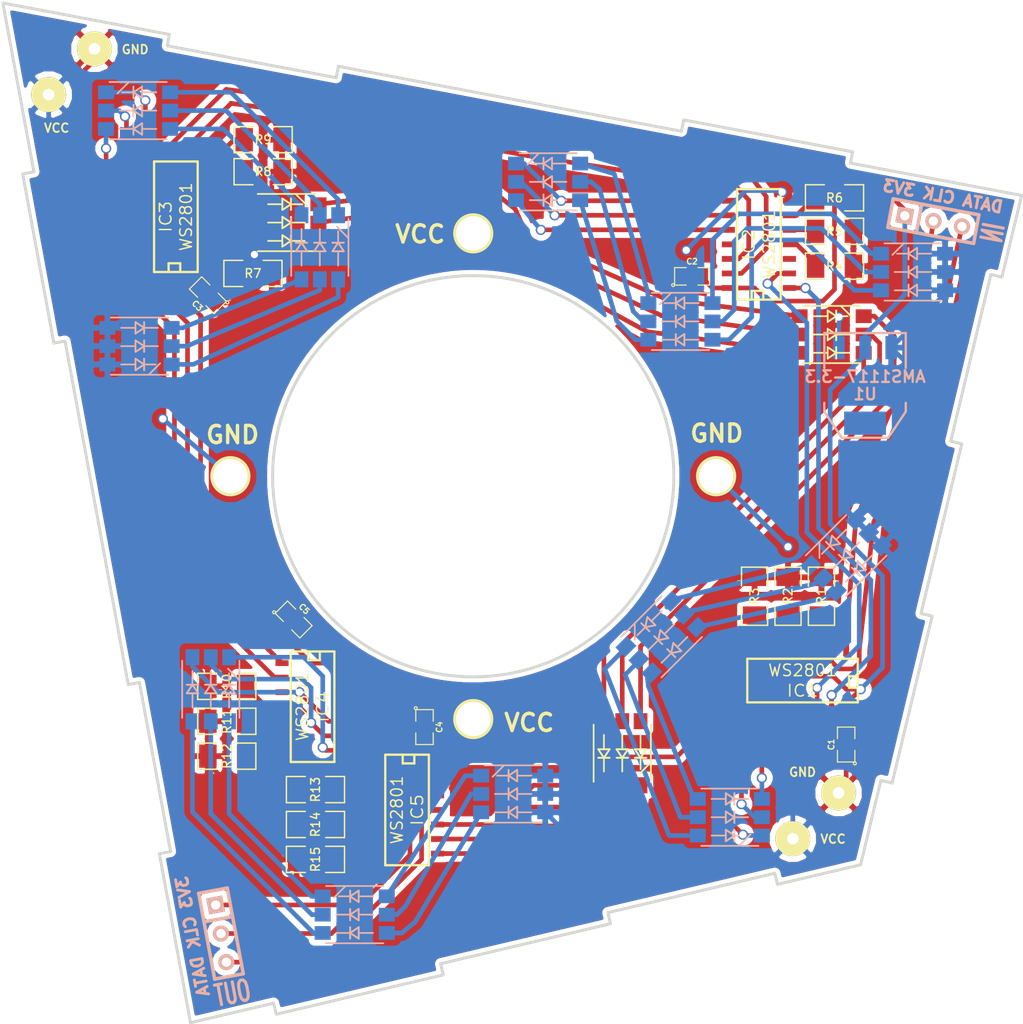
<source format=kicad_pcb>
(kicad_pcb (version 3) (host pcbnew "(22-Jun-2014 BZR 4027)-stable")
  (layers (15 F.Cu signal) (0 B.Cu signal) (18 B.Paste user) (19 F.Paste user) (20 B.SilkS user) (21 F.SilkS user) (22 B.Mask user) (23 F.Mask user) (28 Edge.Cuts user))
  (net 0 "")
  (net 1 /pixel/CLOCKIN)
  (net 2 /pixel/CLOCKOUT)
  (net 3 /pixel/DATAIN)
  (net 4 /pixel/DATAOUT)
  (net 5 /pixel1/CLOCKIN)
  (net 6 /pixel1/DATAIN)
  (net 7 /pixel2/CLOCKIN)
  (net 8 /pixel2/DATAIN)
  (net 9 /pixel3/CLOCKIN)
  (net 10 /pixel3/DATAIN)
  (net 11 /pixel4/CLOCKIN)
  (net 12 /pixel4/DATAIN)
  (net 13 3V3)
  (net 14 GND)
  (net 15 N-0000016)
  (net 16 N-0000017)
  (net 17 N-0000018)
  (net 18 N-0000019)
  (net 19 N-0000020)
  (net 20 N-0000021)
  (net 21 N-0000023)
  (net 22 N-0000024)
  (net 23 N-0000025)
  (net 24 N-0000026)
  (net 25 N-0000027)
  (net 26 N-0000028)
  (net 27 N-0000030)
  (net 28 N-0000031)
  (net 29 N-0000032)
  (net 30 N-0000033)
  (net 31 N-0000034)
  (net 32 N-0000035)
  (net 33 N-0000037)
  (net 34 N-0000038)
  (net 35 N-0000039)
  (net 36 N-0000040)
  (net 37 N-0000041)
  (net 38 N-0000042)
  (net 39 N-0000044)
  (net 40 N-0000045)
  (net 41 N-0000046)
  (net 42 N-0000047)
  (net 43 N-0000048)
  (net 44 N-0000049)
  (net 45 N-0000050)
  (net 46 N-0000052)
  (net 47 N-0000053)
  (net 48 N-0000054)
  (net 49 N-0000055)
  (net 50 N-0000056)
  (net 51 N-0000058)
  (net 52 N-0000059)
  (net 53 N-0000060)
  (net 54 N-0000061)
  (net 55 N-0000062)
  (net 56 N-0000063)
  (net 57 N-0000065)
  (net 58 N-0000066)
  (net 59 N-0000067)
  (net 60 N-0000068)
  (net 61 N-0000069)
  (net 62 N-0000070)
  (net 63 N-0000072)
  (net 64 N-0000073)
  (net 65 N-0000074)
  (net 66 N-0000075)
  (net 67 N-0000076)
  (net 68 N-0000077)
  (net 69 N-0000079)
  (net 70 N-0000080)
  (net 71 N-0000081)
  (net 72 N-0000082)
  (net 73 N-0000083)
  (net 74 N-0000084)
  (net 75 VCC)
  (module SM1206 (layer F.Cu) (at 19.558 59.69)
    (fp_text reference R10 (at 0 0 90) (layer F.SilkS) (effects (font (size 0.762 0.762) (thickness 0.127))))
    (fp_text value 33 hide)
    (pad 1 smd rect (at -1.651 0) (size 1.524 2.032) (layers F.Cu F.Paste F.Mask) (net 14 GND))
    (pad 2 smd rect (at 1.651 0) (size 1.524 2.032) (layers F.Cu F.Paste F.Mask) (net 52 N-0000059))
  )
  (module SO14E (layer F.Cu) (at 14.986 18.669 90)
    (fp_text reference IC3 (at 0 -0.762 90) (layer F.SilkS) (effects (font (size 1.016 1.143) (thickness 0.127))))
    (fp_text value WS2801 (at 0 1.016 90) (layer F.SilkS) (effects (font (size 1.016 1.016) (thickness 0.127))))
    (pad 1 smd rect (at -3.81 2.794 90) (size 0.508 1.143) (layers F.Cu F.Paste F.Mask) (net 9 /pixel3/CLOCKIN))
    (pad 2 smd rect (at -2.54 2.794 90) (size 0.508 1.143) (layers F.Cu F.Paste F.Mask) (net 10 /pixel3/DATAIN))
    (pad 3 smd rect (at -1.27 2.794 90) (size 0.508 1.143) (layers F.Cu F.Paste F.Mask))
    (pad 4 smd rect (at 0 2.794 90) (size 0.508 1.143) (layers F.Cu F.Paste F.Mask) (net 40 N-0000045))
    (pad 5 smd rect (at 1.27 2.794 90) (size 0.508 1.143) (layers F.Cu F.Paste F.Mask) (net 41 N-0000046))
    (pad 6 smd rect (at 2.54 2.794 90) (size 0.508 1.143) (layers F.Cu F.Paste F.Mask) (net 39 N-0000044))
    (pad 7 smd rect (at 3.81 2.794 90) (size 0.508 1.143) (layers F.Cu F.Paste F.Mask) (net 14 GND))
    (pad 8 smd rect (at 3.81 -2.54 90) (size 0.508 1.143) (layers F.Cu F.Paste F.Mask) (net 45 N-0000050))
    (pad 9 smd rect (at 2.54 -2.54 90) (size 0.508 1.143) (layers F.Cu F.Paste F.Mask) (net 44 N-0000049))
    (pad 10 smd rect (at 1.27 -2.54 90) (size 0.508 1.143) (layers F.Cu F.Paste F.Mask) (net 43 N-0000048))
    (pad 11 smd rect (at 0 -2.54 90) (size 0.508 1.143) (layers F.Cu F.Paste F.Mask))
    (pad 12 smd rect (at -1.27 -2.54 90) (size 0.508 1.143) (layers F.Cu F.Paste F.Mask) (net 12 /pixel4/DATAIN))
    (pad 13 smd rect (at -2.54 -2.54 90) (size 0.508 1.143) (layers F.Cu F.Paste F.Mask) (net 11 /pixel4/CLOCKIN))
    (pad 14 smd rect (at -3.81 -2.54 90) (size 0.508 1.143) (layers F.Cu F.Paste F.Mask) (net 13 3V3))
  )
  (module SO14E (layer F.Cu) (at 35.433 70.485 270)
    (fp_text reference IC5 (at 0 -0.762 270) (layer F.SilkS) (effects (font (size 1.016 1.143) (thickness 0.127))))
    (fp_text value WS2801 (at 0 1.016 270) (layer F.SilkS) (effects (font (size 1.016 1.016) (thickness 0.127))))
    (pad 1 smd rect (at -3.81 2.794 270) (size 0.508 1.143) (layers F.Cu F.Paste F.Mask) (net 1 /pixel/CLOCKIN))
    (pad 2 smd rect (at -2.54 2.794 270) (size 0.508 1.143) (layers F.Cu F.Paste F.Mask) (net 3 /pixel/DATAIN))
    (pad 3 smd rect (at -1.27 2.794 270) (size 0.508 1.143) (layers F.Cu F.Paste F.Mask))
    (pad 4 smd rect (at 0 2.794 270) (size 0.508 1.143) (layers F.Cu F.Paste F.Mask) (net 64 N-0000073))
    (pad 5 smd rect (at 1.27 2.794 270) (size 0.508 1.143) (layers F.Cu F.Paste F.Mask) (net 65 N-0000074))
    (pad 6 smd rect (at 2.54 2.794 270) (size 0.508 1.143) (layers F.Cu F.Paste F.Mask) (net 63 N-0000072))
    (pad 7 smd rect (at 3.81 2.794 270) (size 0.508 1.143) (layers F.Cu F.Paste F.Mask) (net 14 GND))
    (pad 8 smd rect (at 3.81 -2.54 270) (size 0.508 1.143) (layers F.Cu F.Paste F.Mask) (net 66 N-0000075))
    (pad 9 smd rect (at 2.54 -2.54 270) (size 0.508 1.143) (layers F.Cu F.Paste F.Mask) (net 68 N-0000077))
    (pad 10 smd rect (at 1.27 -2.54 270) (size 0.508 1.143) (layers F.Cu F.Paste F.Mask) (net 67 N-0000076))
    (pad 11 smd rect (at 0 -2.54 270) (size 0.508 1.143) (layers F.Cu F.Paste F.Mask))
    (pad 12 smd rect (at -1.27 -2.54 270) (size 0.508 1.143) (layers F.Cu F.Paste F.Mask) (net 4 /pixel/DATAOUT))
    (pad 13 smd rect (at -2.54 -2.54 270) (size 0.508 1.143) (layers F.Cu F.Paste F.Mask) (net 2 /pixel/CLOCKOUT))
    (pad 14 smd rect (at -3.81 -2.54 270) (size 0.508 1.143) (layers F.Cu F.Paste F.Mask) (net 13 3V3))
  )
  (module SO14E (layer F.Cu) (at 69.85 59.309 180)
    (fp_text reference IC1 (at 0 -0.762 180) (layer F.SilkS) (effects (font (size 1.016 1.143) (thickness 0.127))))
    (fp_text value WS2801 (at 0 1.016 180) (layer F.SilkS) (effects (font (size 1.016 1.016) (thickness 0.127))))
    (pad 1 smd rect (at -3.81 2.794 180) (size 0.508 1.143) (layers F.Cu F.Paste F.Mask) (net 5 /pixel1/CLOCKIN))
    (pad 2 smd rect (at -2.54 2.794 180) (size 0.508 1.143) (layers F.Cu F.Paste F.Mask) (net 6 /pixel1/DATAIN))
    (pad 3 smd rect (at -1.27 2.794 180) (size 0.508 1.143) (layers F.Cu F.Paste F.Mask))
    (pad 4 smd rect (at 0 2.794 180) (size 0.508 1.143) (layers F.Cu F.Paste F.Mask) (net 16 N-0000017))
    (pad 5 smd rect (at 1.27 2.794 180) (size 0.508 1.143) (layers F.Cu F.Paste F.Mask) (net 17 N-0000018))
    (pad 6 smd rect (at 2.54 2.794 180) (size 0.508 1.143) (layers F.Cu F.Paste F.Mask) (net 15 N-0000016))
    (pad 7 smd rect (at 3.81 2.794 180) (size 0.508 1.143) (layers F.Cu F.Paste F.Mask) (net 14 GND))
    (pad 8 smd rect (at 3.81 -2.54 180) (size 0.508 1.143) (layers F.Cu F.Paste F.Mask) (net 18 N-0000019))
    (pad 9 smd rect (at 2.54 -2.54 180) (size 0.508 1.143) (layers F.Cu F.Paste F.Mask) (net 20 N-0000021))
    (pad 10 smd rect (at 1.27 -2.54 180) (size 0.508 1.143) (layers F.Cu F.Paste F.Mask) (net 19 N-0000020))
    (pad 11 smd rect (at 0 -2.54 180) (size 0.508 1.143) (layers F.Cu F.Paste F.Mask))
    (pad 12 smd rect (at -1.27 -2.54 180) (size 0.508 1.143) (layers F.Cu F.Paste F.Mask) (net 8 /pixel2/DATAIN))
    (pad 13 smd rect (at -2.54 -2.54 180) (size 0.508 1.143) (layers F.Cu F.Paste F.Mask) (net 7 /pixel2/CLOCKIN))
    (pad 14 smd rect (at -3.81 -2.54 180) (size 0.508 1.143) (layers F.Cu F.Paste F.Mask) (net 13 3V3))
  )
  (module SO14E (layer F.Cu) (at 65.913 21.082 90)
    (fp_text reference IC2 (at 0 -0.762 90) (layer F.SilkS) (effects (font (size 1.016 1.143) (thickness 0.127))))
    (fp_text value WS2801 (at 0 1.016 90) (layer F.SilkS) (effects (font (size 1.016 1.016) (thickness 0.127))))
    (pad 1 smd rect (at -3.81 2.794 90) (size 0.508 1.143) (layers F.Cu F.Paste F.Mask) (net 7 /pixel2/CLOCKIN))
    (pad 2 smd rect (at -2.54 2.794 90) (size 0.508 1.143) (layers F.Cu F.Paste F.Mask) (net 8 /pixel2/DATAIN))
    (pad 3 smd rect (at -1.27 2.794 90) (size 0.508 1.143) (layers F.Cu F.Paste F.Mask))
    (pad 4 smd rect (at 0 2.794 90) (size 0.508 1.143) (layers F.Cu F.Paste F.Mask) (net 28 N-0000031))
    (pad 5 smd rect (at 1.27 2.794 90) (size 0.508 1.143) (layers F.Cu F.Paste F.Mask) (net 29 N-0000032))
    (pad 6 smd rect (at 2.54 2.794 90) (size 0.508 1.143) (layers F.Cu F.Paste F.Mask) (net 27 N-0000030))
    (pad 7 smd rect (at 3.81 2.794 90) (size 0.508 1.143) (layers F.Cu F.Paste F.Mask) (net 14 GND))
    (pad 8 smd rect (at 3.81 -2.54 90) (size 0.508 1.143) (layers F.Cu F.Paste F.Mask) (net 30 N-0000033))
    (pad 9 smd rect (at 2.54 -2.54 90) (size 0.508 1.143) (layers F.Cu F.Paste F.Mask) (net 32 N-0000035))
    (pad 10 smd rect (at 1.27 -2.54 90) (size 0.508 1.143) (layers F.Cu F.Paste F.Mask) (net 31 N-0000034))
    (pad 11 smd rect (at 0 -2.54 90) (size 0.508 1.143) (layers F.Cu F.Paste F.Mask))
    (pad 12 smd rect (at -1.27 -2.54 90) (size 0.508 1.143) (layers F.Cu F.Paste F.Mask) (net 10 /pixel3/DATAIN))
    (pad 13 smd rect (at -2.54 -2.54 90) (size 0.508 1.143) (layers F.Cu F.Paste F.Mask) (net 9 /pixel3/CLOCKIN))
    (pad 14 smd rect (at -3.81 -2.54 90) (size 0.508 1.143) (layers F.Cu F.Paste F.Mask) (net 13 3V3))
  )
  (module SO14E (layer F.Cu) (at 27.178 61.468 270)
    (fp_text reference IC4 (at 0 -0.762 270) (layer F.SilkS) (effects (font (size 1.016 1.143) (thickness 0.127))))
    (fp_text value WS2801 (at 0 1.016 270) (layer F.SilkS) (effects (font (size 1.016 1.016) (thickness 0.127))))
    (pad 1 smd rect (at -3.81 2.794 270) (size 0.508 1.143) (layers F.Cu F.Paste F.Mask) (net 11 /pixel4/CLOCKIN))
    (pad 2 smd rect (at -2.54 2.794 270) (size 0.508 1.143) (layers F.Cu F.Paste F.Mask) (net 12 /pixel4/DATAIN))
    (pad 3 smd rect (at -1.27 2.794 270) (size 0.508 1.143) (layers F.Cu F.Paste F.Mask))
    (pad 4 smd rect (at 0 2.794 270) (size 0.508 1.143) (layers F.Cu F.Paste F.Mask) (net 52 N-0000059))
    (pad 5 smd rect (at 1.27 2.794 270) (size 0.508 1.143) (layers F.Cu F.Paste F.Mask) (net 53 N-0000060))
    (pad 6 smd rect (at 2.54 2.794 270) (size 0.508 1.143) (layers F.Cu F.Paste F.Mask) (net 51 N-0000058))
    (pad 7 smd rect (at 3.81 2.794 270) (size 0.508 1.143) (layers F.Cu F.Paste F.Mask) (net 14 GND))
    (pad 8 smd rect (at 3.81 -2.54 270) (size 0.508 1.143) (layers F.Cu F.Paste F.Mask) (net 54 N-0000061))
    (pad 9 smd rect (at 2.54 -2.54 270) (size 0.508 1.143) (layers F.Cu F.Paste F.Mask) (net 56 N-0000063))
    (pad 10 smd rect (at 1.27 -2.54 270) (size 0.508 1.143) (layers F.Cu F.Paste F.Mask) (net 55 N-0000062))
    (pad 11 smd rect (at 0 -2.54 270) (size 0.508 1.143) (layers F.Cu F.Paste F.Mask))
    (pad 12 smd rect (at -1.27 -2.54 270) (size 0.508 1.143) (layers F.Cu F.Paste F.Mask) (net 3 /pixel/DATAIN))
    (pad 13 smd rect (at -2.54 -2.54 270) (size 0.508 1.143) (layers F.Cu F.Paste F.Mask) (net 1 /pixel/CLOCKIN))
    (pad 14 smd rect (at -3.81 -2.54 270) (size 0.508 1.143) (layers F.Cu F.Paste F.Mask) (net 13 3V3))
  )
  (module SM1206 (layer F.Cu) (at 71.501 51.816 270)
    (fp_text reference R1 (at 0 0 270) (layer F.SilkS) (effects (font (size 0.762 0.762) (thickness 0.127))))
    (fp_text value 33 hide)
    (pad 1 smd rect (at -1.651 0 270) (size 1.524 2.032) (layers F.Cu F.Paste F.Mask) (net 14 GND))
    (pad 2 smd rect (at 1.651 0 270) (size 1.524 2.032) (layers F.Cu F.Paste F.Mask) (net 16 N-0000017))
  )
  (module SM1206 (layer F.Cu) (at 22.733 14.732 180)
    (fp_text reference R8 (at 0 0 180) (layer F.SilkS) (effects (font (size 0.762 0.762) (thickness 0.127))))
    (fp_text value 33 hide)
    (pad 1 smd rect (at -1.651 0 180) (size 1.524 2.032) (layers F.Cu F.Paste F.Mask) (net 14 GND))
    (pad 2 smd rect (at 1.651 0 180) (size 1.524 2.032) (layers F.Cu F.Paste F.Mask) (net 41 N-0000046))
  )
  (module SM1206 (layer F.Cu) (at 22.733 11.938 180)
    (fp_text reference R9 (at 0 0 180) (layer F.SilkS) (effects (font (size 0.762 0.762) (thickness 0.127))))
    (fp_text value 33 hide)
    (pad 1 smd rect (at -1.651 0 180) (size 1.524 2.032) (layers F.Cu F.Paste F.Mask) (net 14 GND))
    (pad 2 smd rect (at 1.651 0 180) (size 1.524 2.032) (layers F.Cu F.Paste F.Mask) (net 39 N-0000044))
  )
  (module SM1206 (layer F.Cu) (at 72.644 22.987 180)
    (fp_text reference R4 (at 0 0 180) (layer F.SilkS) (effects (font (size 0.762 0.762) (thickness 0.127))))
    (fp_text value 33 hide)
    (pad 1 smd rect (at -1.651 0 180) (size 1.524 2.032) (layers F.Cu F.Paste F.Mask) (net 14 GND))
    (pad 2 smd rect (at 1.651 0 180) (size 1.524 2.032) (layers F.Cu F.Paste F.Mask) (net 28 N-0000031))
  )
  (module SM1206 (layer F.Cu) (at 72.644 17.018 180)
    (fp_text reference R6 (at 0 0 180) (layer F.SilkS) (effects (font (size 0.762 0.762) (thickness 0.127))))
    (fp_text value 33 hide)
    (pad 1 smd rect (at -1.651 0 180) (size 1.524 2.032) (layers F.Cu F.Paste F.Mask) (net 14 GND))
    (pad 2 smd rect (at 1.651 0 180) (size 1.524 2.032) (layers F.Cu F.Paste F.Mask) (net 27 N-0000030))
  )
  (module SM1206 (layer F.Cu) (at 72.644 19.939 180)
    (fp_text reference R5 (at 0 0 180) (layer F.SilkS) (effects (font (size 0.762 0.762) (thickness 0.127))))
    (fp_text value 33 hide)
    (pad 1 smd rect (at -1.651 0 180) (size 1.524 2.032) (layers F.Cu F.Paste F.Mask) (net 14 GND))
    (pad 2 smd rect (at 1.651 0 180) (size 1.524 2.032) (layers F.Cu F.Paste F.Mask) (net 29 N-0000032))
  )
  (module SM1206 (layer F.Cu) (at 21.844 23.622 180)
    (fp_text reference R7 (at 0 0 180) (layer F.SilkS) (effects (font (size 0.762 0.762) (thickness 0.127))))
    (fp_text value 33 hide)
    (pad 1 smd rect (at -1.651 0 180) (size 1.524 2.032) (layers F.Cu F.Paste F.Mask) (net 14 GND))
    (pad 2 smd rect (at 1.651 0 180) (size 1.524 2.032) (layers F.Cu F.Paste F.Mask) (net 40 N-0000045))
  )
  (module SM1206 (layer F.Cu) (at 19.558 62.738)
    (fp_text reference R11 (at 0 0 90) (layer F.SilkS) (effects (font (size 0.762 0.762) (thickness 0.127))))
    (fp_text value 33 hide)
    (pad 1 smd rect (at -1.651 0) (size 1.524 2.032) (layers F.Cu F.Paste F.Mask) (net 14 GND))
    (pad 2 smd rect (at 1.651 0) (size 1.524 2.032) (layers F.Cu F.Paste F.Mask) (net 53 N-0000060))
  )
  (module SM1206 (layer F.Cu) (at 65.659 51.816 270)
    (fp_text reference R3 (at 0 0 270) (layer F.SilkS) (effects (font (size 0.762 0.762) (thickness 0.127))))
    (fp_text value 33 hide)
    (pad 1 smd rect (at -1.651 0 270) (size 1.524 2.032) (layers F.Cu F.Paste F.Mask) (net 14 GND))
    (pad 2 smd rect (at 1.651 0 270) (size 1.524 2.032) (layers F.Cu F.Paste F.Mask) (net 15 N-0000016))
  )
  (module SM1206 (layer F.Cu) (at 68.58 51.816 270)
    (fp_text reference R2 (at 0 0 270) (layer F.SilkS) (effects (font (size 0.762 0.762) (thickness 0.127))))
    (fp_text value 33 hide)
    (pad 1 smd rect (at -1.651 0 270) (size 1.524 2.032) (layers F.Cu F.Paste F.Mask) (net 14 GND))
    (pad 2 smd rect (at 1.651 0 270) (size 1.524 2.032) (layers F.Cu F.Paste F.Mask) (net 17 N-0000018))
  )
  (module SM1206 (layer F.Cu) (at 19.558 65.786)
    (fp_text reference R12 (at 0 0 90) (layer F.SilkS) (effects (font (size 0.762 0.762) (thickness 0.127))))
    (fp_text value 33 hide)
    (pad 1 smd rect (at -1.651 0) (size 1.524 2.032) (layers F.Cu F.Paste F.Mask) (net 14 GND))
    (pad 2 smd rect (at 1.651 0) (size 1.524 2.032) (layers F.Cu F.Paste F.Mask) (net 51 N-0000058))
  )
  (module SM1206 (layer F.Cu) (at 27.305 71.755)
    (fp_text reference R14 (at 0 0 90) (layer F.SilkS) (effects (font (size 0.762 0.762) (thickness 0.127))))
    (fp_text value 33 hide)
    (pad 1 smd rect (at -1.651 0) (size 1.524 2.032) (layers F.Cu F.Paste F.Mask) (net 14 GND))
    (pad 2 smd rect (at 1.651 0) (size 1.524 2.032) (layers F.Cu F.Paste F.Mask) (net 65 N-0000074))
  )
  (module SM1206 (layer F.Cu) (at 27.305 74.803)
    (fp_text reference R15 (at 0 0 90) (layer F.SilkS) (effects (font (size 0.762 0.762) (thickness 0.127))))
    (fp_text value 33 hide)
    (pad 1 smd rect (at -1.651 0) (size 1.524 2.032) (layers F.Cu F.Paste F.Mask) (net 14 GND))
    (pad 2 smd rect (at 1.651 0) (size 1.524 2.032) (layers F.Cu F.Paste F.Mask) (net 63 N-0000072))
  )
  (module SM1206 (layer F.Cu) (at 27.305 68.707)
    (fp_text reference R13 (at 0 0 90) (layer F.SilkS) (effects (font (size 0.762 0.762) (thickness 0.127))))
    (fp_text value 33 hide)
    (pad 1 smd rect (at -1.651 0) (size 1.524 2.032) (layers F.Cu F.Paste F.Mask) (net 14 GND))
    (pad 2 smd rect (at 1.651 0) (size 1.524 2.032) (layers F.Cu F.Paste F.Mask) (net 64 N-0000073))
  )
  (module 5050RGB_LED (layer B.Cu) (at 63.5 71.12 270)
    (fp_text reference D3 hide)
    (fp_text value SAMSUNG_RGB_LED_5050 hide)
    (pad 2 smd rect (at 0 2.8 270) (size 1.2 1.4) (layers B.Cu B.Paste B.Mask) (net 23 N-0000025))
    (pad 1 smd rect (at -1.6 2.8 270) (size 1.2 1.4) (layers B.Cu B.Paste B.Mask) (net 21 N-0000023))
    (pad 3 smd rect (at 1.6 2.8 270) (size 1.2 1.4) (layers B.Cu B.Paste B.Mask) (net 22 N-0000024))
    (pad 5 smd rect (at 0 -2.8 270) (size 1.2 1.4) (layers B.Cu B.Paste B.Mask) (net 20 N-0000021))
    (pad 6 smd rect (at 1.6 -2.8 270) (size 1.2 1.4) (layers B.Cu B.Paste B.Mask) (net 18 N-0000019))
    (pad 4 smd rect (at -1.6 -2.8 270) (size 1.2 1.4) (layers B.Cu B.Paste B.Mask) (net 19 N-0000020))
  )
  (module 5050RGB_LED (layer B.Cu) (at 73.66 48.26 135)
    (fp_text reference D1 hide)
    (fp_text value SAMSUNG_RGB_LED_5050 hide)
    (pad 2 smd rect (at 0 2.8 135) (size 1.2 1.4) (layers B.Cu B.Paste B.Mask) (net 75 VCC))
    (pad 1 smd rect (at -1.6 2.8 135) (size 1.2 1.4) (layers B.Cu B.Paste B.Mask) (net 75 VCC))
    (pad 3 smd rect (at 1.6 2.8 135) (size 1.2 1.4) (layers B.Cu B.Paste B.Mask) (net 75 VCC))
    (pad 5 smd rect (at 0 -2.8 135) (size 1.2 1.4) (layers B.Cu B.Paste B.Mask) (net 25 N-0000027))
    (pad 6 smd rect (at 1.6 -2.8 135) (size 1.2 1.4) (layers B.Cu B.Paste B.Mask) (net 24 N-0000026))
    (pad 4 smd rect (at -1.6 -2.8 135) (size 1.2 1.4) (layers B.Cu B.Paste B.Mask) (net 26 N-0000028))
  )
  (module 5050RGB_LED (layer F.Cu) (at 54.102 65.532)
    (fp_text reference D15 hide)
    (fp_text value SAMSUNG_RGB_LED_5050 hide)
    (pad 2 smd rect (at 0 -2.8) (size 1.2 1.4) (layers F.Cu F.Paste F.Mask) (net 69 N-0000079))
    (pad 1 smd rect (at -1.6 -2.8) (size 1.2 1.4) (layers F.Cu F.Paste F.Mask) (net 71 N-0000081))
    (pad 3 smd rect (at 1.6 -2.8) (size 1.2 1.4) (layers F.Cu F.Paste F.Mask) (net 70 N-0000080))
    (pad 5 smd rect (at 0 2.8) (size 1.2 1.4) (layers F.Cu F.Paste F.Mask) (net 68 N-0000077))
    (pad 6 smd rect (at 1.6 2.8) (size 1.2 1.4) (layers F.Cu F.Paste F.Mask) (net 66 N-0000075))
    (pad 4 smd rect (at -1.6 2.8) (size 1.2 1.4) (layers F.Cu F.Paste F.Mask) (net 67 N-0000076))
  )
  (module 5050RGB_LED (layer F.Cu) (at 72.39 28.956 90)
    (fp_text reference D14 hide)
    (fp_text value SAMSUNG_RGB_LED_5050 hide)
    (pad 2 smd rect (at 0 -2.8 90) (size 1.2 1.4) (layers F.Cu F.Paste F.Mask) (net 73 N-0000083))
    (pad 1 smd rect (at -1.6 -2.8 90) (size 1.2 1.4) (layers F.Cu F.Paste F.Mask) (net 74 N-0000084))
    (pad 3 smd rect (at 1.6 -2.8 90) (size 1.2 1.4) (layers F.Cu F.Paste F.Mask) (net 72 N-0000082))
    (pad 5 smd rect (at 0 2.8 90) (size 1.2 1.4) (layers F.Cu F.Paste F.Mask) (net 69 N-0000079))
    (pad 6 smd rect (at 1.6 2.8 90) (size 1.2 1.4) (layers F.Cu F.Paste F.Mask) (net 70 N-0000080))
    (pad 4 smd rect (at -1.6 2.8 90) (size 1.2 1.4) (layers F.Cu F.Paste F.Mask) (net 71 N-0000081))
  )
  (module 5050RGB_LED (layer F.Cu) (at 24.765 19.177 90)
    (fp_text reference D13 hide)
    (fp_text value SAMSUNG_RGB_LED_5050 hide)
    (pad 2 smd rect (at 0 -2.8 90) (size 1.2 1.4) (layers F.Cu F.Paste F.Mask) (net 75 VCC))
    (pad 1 smd rect (at -1.6 -2.8 90) (size 1.2 1.4) (layers F.Cu F.Paste F.Mask) (net 75 VCC))
    (pad 3 smd rect (at 1.6 -2.8 90) (size 1.2 1.4) (layers F.Cu F.Paste F.Mask) (net 75 VCC))
    (pad 5 smd rect (at 0 2.8 90) (size 1.2 1.4) (layers F.Cu F.Paste F.Mask) (net 73 N-0000083))
    (pad 6 smd rect (at 1.6 2.8 90) (size 1.2 1.4) (layers F.Cu F.Paste F.Mask) (net 72 N-0000082))
    (pad 4 smd rect (at -1.6 2.8 90) (size 1.2 1.4) (layers F.Cu F.Paste F.Mask) (net 74 N-0000084))
  )
  (module 5050RGB_LED (layer B.Cu) (at 57.531 55.372 135)
    (fp_text reference D2 hide)
    (fp_text value SAMSUNG_RGB_LED_5050 hide)
    (pad 2 smd rect (at 0 2.8 135) (size 1.2 1.4) (layers B.Cu B.Paste B.Mask) (net 25 N-0000027))
    (pad 1 smd rect (at -1.6 2.8 135) (size 1.2 1.4) (layers B.Cu B.Paste B.Mask) (net 26 N-0000028))
    (pad 3 smd rect (at 1.6 2.8 135) (size 1.2 1.4) (layers B.Cu B.Paste B.Mask) (net 24 N-0000026))
    (pad 5 smd rect (at 0 -2.8 135) (size 1.2 1.4) (layers B.Cu B.Paste B.Mask) (net 23 N-0000025))
    (pad 6 smd rect (at 1.6 -2.8 135) (size 1.2 1.4) (layers B.Cu B.Paste B.Mask) (net 22 N-0000024))
    (pad 4 smd rect (at -1.6 -2.8 135) (size 1.2 1.4) (layers B.Cu B.Paste B.Mask) (net 21 N-0000023))
  )
  (module 5050RGB_LED (layer B.Cu) (at 11.811 9.398 90)
    (fp_text reference D9 hide)
    (fp_text value SAMSUNG_RGB_LED_5050 hide)
    (pad 2 smd rect (at 0 2.8 90) (size 1.2 1.4) (layers B.Cu B.Paste B.Mask) (net 46 N-0000052))
    (pad 1 smd rect (at -1.6 2.8 90) (size 1.2 1.4) (layers B.Cu B.Paste B.Mask) (net 47 N-0000053))
    (pad 3 smd rect (at 1.6 2.8 90) (size 1.2 1.4) (layers B.Cu B.Paste B.Mask) (net 42 N-0000047))
    (pad 5 smd rect (at 0 -2.8 90) (size 1.2 1.4) (layers B.Cu B.Paste B.Mask) (net 44 N-0000049))
    (pad 6 smd rect (at 1.6 -2.8 90) (size 1.2 1.4) (layers B.Cu B.Paste B.Mask) (net 45 N-0000050))
    (pad 4 smd rect (at -1.6 -2.8 90) (size 1.2 1.4) (layers B.Cu B.Paste B.Mask) (net 43 N-0000048))
  )
  (module 5050RGB_LED (layer B.Cu) (at 79.502 23.495 90)
    (fp_text reference D4 hide)
    (fp_text value SAMSUNG_RGB_LED_5050 hide)
    (pad 2 smd rect (at 0 2.8 90) (size 1.2 1.4) (layers B.Cu B.Paste B.Mask) (net 75 VCC))
    (pad 1 smd rect (at -1.6 2.8 90) (size 1.2 1.4) (layers B.Cu B.Paste B.Mask) (net 75 VCC))
    (pad 3 smd rect (at 1.6 2.8 90) (size 1.2 1.4) (layers B.Cu B.Paste B.Mask) (net 75 VCC))
    (pad 5 smd rect (at 0 -2.8 90) (size 1.2 1.4) (layers B.Cu B.Paste B.Mask) (net 37 N-0000041))
    (pad 6 smd rect (at 1.6 -2.8 90) (size 1.2 1.4) (layers B.Cu B.Paste B.Mask) (net 36 N-0000040))
    (pad 4 smd rect (at -1.6 -2.8 90) (size 1.2 1.4) (layers B.Cu B.Paste B.Mask) (net 38 N-0000042))
  )
  (module 5050RGB_LED (layer B.Cu) (at 59.182 27.813 90)
    (fp_text reference D5 hide)
    (fp_text value SAMSUNG_RGB_LED_5050 hide)
    (pad 2 smd rect (at 0 2.8 90) (size 1.2 1.4) (layers B.Cu B.Paste B.Mask) (net 37 N-0000041))
    (pad 1 smd rect (at -1.6 2.8 90) (size 1.2 1.4) (layers B.Cu B.Paste B.Mask) (net 38 N-0000042))
    (pad 3 smd rect (at 1.6 2.8 90) (size 1.2 1.4) (layers B.Cu B.Paste B.Mask) (net 36 N-0000040))
    (pad 5 smd rect (at 0 -2.8 90) (size 1.2 1.4) (layers B.Cu B.Paste B.Mask) (net 33 N-0000037))
    (pad 6 smd rect (at 1.6 -2.8 90) (size 1.2 1.4) (layers B.Cu B.Paste B.Mask) (net 34 N-0000038))
    (pad 4 smd rect (at -1.6 -2.8 90) (size 1.2 1.4) (layers B.Cu B.Paste B.Mask) (net 35 N-0000039))
  )
  (module 5050RGB_LED (layer B.Cu) (at 18.161 59.944)
    (fp_text reference D12 hide)
    (fp_text value SAMSUNG_RGB_LED_5050 hide)
    (pad 2 smd rect (at 0 2.8) (size 1.2 1.4) (layers B.Cu B.Paste B.Mask) (net 59 N-0000067))
    (pad 1 smd rect (at -1.6 2.8) (size 1.2 1.4) (layers B.Cu B.Paste B.Mask) (net 57 N-0000065))
    (pad 3 smd rect (at 1.6 2.8) (size 1.2 1.4) (layers B.Cu B.Paste B.Mask) (net 58 N-0000066))
    (pad 5 smd rect (at 0 -2.8) (size 1.2 1.4) (layers B.Cu B.Paste B.Mask) (net 56 N-0000063))
    (pad 6 smd rect (at 1.6 -2.8) (size 1.2 1.4) (layers B.Cu B.Paste B.Mask) (net 54 N-0000061))
    (pad 4 smd rect (at -1.6 -2.8) (size 1.2 1.4) (layers B.Cu B.Paste B.Mask) (net 55 N-0000062))
  )
  (module 5050RGB_LED (layer B.Cu) (at 30.734 79.629 90)
    (fp_text reference D11 hide)
    (fp_text value SAMSUNG_RGB_LED_5050 hide)
    (pad 2 smd rect (at 0 2.8 90) (size 1.2 1.4) (layers B.Cu B.Paste B.Mask) (net 61 N-0000069))
    (pad 1 smd rect (at -1.6 2.8 90) (size 1.2 1.4) (layers B.Cu B.Paste B.Mask) (net 62 N-0000070))
    (pad 3 smd rect (at 1.6 2.8 90) (size 1.2 1.4) (layers B.Cu B.Paste B.Mask) (net 60 N-0000068))
    (pad 5 smd rect (at 0 -2.8 90) (size 1.2 1.4) (layers B.Cu B.Paste B.Mask) (net 59 N-0000067))
    (pad 6 smd rect (at 1.6 -2.8 90) (size 1.2 1.4) (layers B.Cu B.Paste B.Mask) (net 58 N-0000066))
    (pad 4 smd rect (at -1.6 -2.8 90) (size 1.2 1.4) (layers B.Cu B.Paste B.Mask) (net 57 N-0000065))
  )
  (module 5050RGB_LED (layer B.Cu) (at 44.577 69.088 90)
    (fp_text reference D10 hide)
    (fp_text value SAMSUNG_RGB_LED_5050 hide)
    (pad 2 smd rect (at 0 2.8 90) (size 1.2 1.4) (layers B.Cu B.Paste B.Mask) (net 75 VCC))
    (pad 1 smd rect (at -1.6 2.8 90) (size 1.2 1.4) (layers B.Cu B.Paste B.Mask) (net 75 VCC))
    (pad 3 smd rect (at 1.6 2.8 90) (size 1.2 1.4) (layers B.Cu B.Paste B.Mask) (net 75 VCC))
    (pad 5 smd rect (at 0 -2.8 90) (size 1.2 1.4) (layers B.Cu B.Paste B.Mask) (net 61 N-0000069))
    (pad 6 smd rect (at 1.6 -2.8 90) (size 1.2 1.4) (layers B.Cu B.Paste B.Mask) (net 60 N-0000068))
    (pad 4 smd rect (at -1.6 -2.8 90) (size 1.2 1.4) (layers B.Cu B.Paste B.Mask) (net 62 N-0000070))
  )
  (module 5050RGB_LED (layer B.Cu) (at 47.625 15.621 90)
    (fp_text reference D6 hide)
    (fp_text value SAMSUNG_RGB_LED_5050 hide)
    (pad 2 smd rect (at 0 2.8 90) (size 1.2 1.4) (layers B.Cu B.Paste B.Mask) (net 33 N-0000037))
    (pad 1 smd rect (at -1.6 2.8 90) (size 1.2 1.4) (layers B.Cu B.Paste B.Mask) (net 35 N-0000039))
    (pad 3 smd rect (at 1.6 2.8 90) (size 1.2 1.4) (layers B.Cu B.Paste B.Mask) (net 34 N-0000038))
    (pad 5 smd rect (at 0 -2.8 90) (size 1.2 1.4) (layers B.Cu B.Paste B.Mask) (net 32 N-0000035))
    (pad 6 smd rect (at 1.6 -2.8 90) (size 1.2 1.4) (layers B.Cu B.Paste B.Mask) (net 30 N-0000033))
    (pad 4 smd rect (at -1.6 -2.8 90) (size 1.2 1.4) (layers B.Cu B.Paste B.Mask) (net 31 N-0000034))
  )
  (module 5050RGB_LED (layer B.Cu) (at 11.938 29.972 270)
    (fp_text reference D7 hide)
    (fp_text value SAMSUNG_RGB_LED_5050 hide)
    (pad 2 smd rect (at 0 2.8 270) (size 1.2 1.4) (layers B.Cu B.Paste B.Mask) (net 75 VCC))
    (pad 1 smd rect (at -1.6 2.8 270) (size 1.2 1.4) (layers B.Cu B.Paste B.Mask) (net 75 VCC))
    (pad 3 smd rect (at 1.6 2.8 270) (size 1.2 1.4) (layers B.Cu B.Paste B.Mask) (net 75 VCC))
    (pad 5 smd rect (at 0 -2.8 270) (size 1.2 1.4) (layers B.Cu B.Paste B.Mask) (net 49 N-0000055))
    (pad 6 smd rect (at 1.6 -2.8 270) (size 1.2 1.4) (layers B.Cu B.Paste B.Mask) (net 48 N-0000054))
    (pad 4 smd rect (at -1.6 -2.8 270) (size 1.2 1.4) (layers B.Cu B.Paste B.Mask) (net 50 N-0000056))
  )
  (module 5050RGB_LED (layer B.Cu) (at 27.686 21.336)
    (fp_text reference D8 hide)
    (fp_text value SAMSUNG_RGB_LED_5050 hide)
    (pad 2 smd rect (at 0 2.8) (size 1.2 1.4) (layers B.Cu B.Paste B.Mask) (net 49 N-0000055))
    (pad 1 smd rect (at -1.6 2.8) (size 1.2 1.4) (layers B.Cu B.Paste B.Mask) (net 50 N-0000056))
    (pad 3 smd rect (at 1.6 2.8) (size 1.2 1.4) (layers B.Cu B.Paste B.Mask) (net 48 N-0000054))
    (pad 5 smd rect (at 0 -2.8) (size 1.2 1.4) (layers B.Cu B.Paste B.Mask) (net 46 N-0000052))
    (pad 6 smd rect (at 1.6 -2.8) (size 1.2 1.4) (layers B.Cu B.Paste B.Mask) (net 42 N-0000047))
    (pad 4 smd rect (at -1.6 -2.8) (size 1.2 1.4) (layers B.Cu B.Paste B.Mask) (net 47 N-0000053))
  )
  (module SOT223 (layer B.Cu) (at 75.311 33.401)
    (fp_text reference U1 (at 0 0.762) (layer B.SilkS) (effects (font (size 1.016 1.016) (thickness 0.2032)) (justify mirror)))
    (fp_text value AMS1117-3.3 (at 0 -0.762) (layer B.SilkS) (effects (font (size 1.016 1.016) (thickness 0.2032)) (justify mirror)))
    (pad 4 smd rect (at 0 3.302) (size 3.6576 2.032) (layers B.Cu B.Paste B.Mask))
    (pad 2 smd rect (at 0 -3.302) (size 1.016 2.032) (layers B.Cu B.Paste B.Mask) (net 13 3V3))
    (pad 3 smd rect (at 2.286 -3.302) (size 1.016 2.032) (layers B.Cu B.Paste B.Mask) (net 75 VCC))
    (pad 1 smd rect (at -2.286 -3.302) (size 1.016 2.032) (layers B.Cu B.Paste B.Mask) (net 14 GND))
  )
  (module SIL-3 (layer B.Cu) (at 81.28 19.05 349.4)
    (fp_text reference IN (at 5.305039 0.040828 439.4) (layer B.SilkS) (effects (font (size 1.7907 1.07696) (thickness 0.26924)) (justify mirror)))
    (fp_text value IN1 hide)
    (pad 1 thru_hole rect (at -2.54 0 349.4) (size 1.397 1.397) (drill 0.8128) (layers *.Cu *.Mask B.SilkS) (net 13 3V3))
    (pad 2 thru_hole circle (at 0 0 349.4) (size 1.397 1.397) (drill 0.8128) (layers *.Cu *.Mask B.SilkS) (net 5 /pixel1/CLOCKIN))
    (pad 3 thru_hole circle (at 2.54 0 349.4) (size 1.397 1.397) (drill 0.8128) (layers *.Cu *.Mask B.SilkS) (net 6 /pixel1/DATAIN))
  )
  (module SIL-3 (layer B.Cu) (at 19.05 81.28 280.6)
    (fp_text reference OUT (at 5.305039 -0.040828 370.6) (layer B.SilkS) (effects (font (size 1.7907 1.07696) (thickness 0.26924)) (justify mirror)))
    (fp_text value OUT1 hide)
    (pad 1 thru_hole rect (at -2.54 0 280.6) (size 1.397 1.397) (drill 0.8128) (layers *.Cu *.Mask B.SilkS) (net 13 3V3))
    (pad 2 thru_hole circle (at 0 0 280.6) (size 1.397 1.397) (drill 0.8128) (layers *.Cu *.Mask B.SilkS) (net 2 /pixel/CLOCKOUT))
    (pad 3 thru_hole circle (at 2.54 0 280.6) (size 1.397 1.397) (drill 0.8128) (layers *.Cu *.Mask B.SilkS) (net 4 /pixel/DATAOUT))
  )
  (module polyhedrone (layer F.Cu) (at 0 0)
    (fp_text reference "" (at 0 0) (layer F.SilkS) (effects (font (size 1.524 1.524))))
    (fp_text value "" (at 0 0) (layer F.SilkS) (effects (font (size 1.524 1.524))))
    (fp_line (start 53.47716 28.9433) (end 52.82184 28.321) (layer Edge.Cuts) (width 0.254))
    (fp_line (start 52.82184 28.321) (end 52.1462 27.73934) (layer Edge.Cuts) (width 0.254))
    (fp_line (start 52.1462 27.73934) (end 51.44516 27.19832) (layer Edge.Cuts) (width 0.254))
    (fp_line (start 51.44516 27.19832) (end 50.72634 26.69794) (layer Edge.Cuts) (width 0.254))
    (fp_line (start 50.72634 26.69794) (end 49.98974 26.23566) (layer Edge.Cuts) (width 0.254))
    (fp_line (start 49.98974 26.23566) (end 49.23536 25.81656) (layer Edge.Cuts) (width 0.254))
    (fp_line (start 49.23536 25.81656) (end 48.4632 25.43556) (layer Edge.Cuts) (width 0.254))
    (fp_line (start 48.4632 25.43556) (end 47.67834 25.09266) (layer Edge.Cuts) (width 0.254))
    (fp_line (start 47.67834 25.09266) (end 46.88078 24.79294) (layer Edge.Cuts) (width 0.254))
    (fp_line (start 46.88078 24.79294) (end 46.07306 24.53132) (layer Edge.Cuts) (width 0.254))
    (fp_line (start 46.07306 24.53132) (end 45.25772 24.31034) (layer Edge.Cuts) (width 0.254))
    (fp_line (start 45.25772 24.31034) (end 44.43222 24.13) (layer Edge.Cuts) (width 0.254))
    (fp_line (start 44.43222 24.13) (end 43.5991 23.9903) (layer Edge.Cuts) (width 0.254))
    (fp_line (start 43.5991 23.9903) (end 42.76344 23.89124) (layer Edge.Cuts) (width 0.254))
    (fp_line (start 42.76344 23.89124) (end 41.92524 23.83028) (layer Edge.Cuts) (width 0.254))
    (fp_line (start 41.92524 23.83028) (end 41.0845 23.80996) (layer Edge.Cuts) (width 0.254))
    (fp_line (start 41.0845 23.80996) (end 40.24376 23.83028) (layer Edge.Cuts) (width 0.254))
    (fp_line (start 40.24376 23.83028) (end 39.40556 23.89124) (layer Edge.Cuts) (width 0.254))
    (fp_line (start 39.40556 23.89124) (end 38.5699 23.9903) (layer Edge.Cuts) (width 0.254))
    (fp_line (start 38.5699 23.9903) (end 37.73678 24.13) (layer Edge.Cuts) (width 0.254))
    (fp_line (start 37.73678 24.13) (end 36.91382 24.31034) (layer Edge.Cuts) (width 0.254))
    (fp_line (start 36.91382 24.31034) (end 36.09594 24.53132) (layer Edge.Cuts) (width 0.254))
    (fp_line (start 36.09594 24.53132) (end 35.28822 24.79294) (layer Edge.Cuts) (width 0.254))
    (fp_line (start 35.28822 24.79294) (end 34.49066 25.09266) (layer Edge.Cuts) (width 0.254))
    (fp_line (start 34.49066 25.09266) (end 33.7058 25.43556) (layer Edge.Cuts) (width 0.254))
    (fp_line (start 33.7058 25.43556) (end 32.93618 25.81656) (layer Edge.Cuts) (width 0.254))
    (fp_line (start 32.93618 25.81656) (end 32.17926 26.23566) (layer Edge.Cuts) (width 0.254))
    (fp_line (start 32.17926 26.23566) (end 31.44266 26.69794) (layer Edge.Cuts) (width 0.254))
    (fp_line (start 31.44266 26.69794) (end 30.72384 27.19832) (layer Edge.Cuts) (width 0.254))
    (fp_line (start 30.72384 27.19832) (end 30.02534 27.73934) (layer Edge.Cuts) (width 0.254))
    (fp_line (start 30.02534 27.73934) (end 29.34716 28.321) (layer Edge.Cuts) (width 0.254))
    (fp_line (start 29.34716 28.321) (end 28.69438 28.9433) (layer Edge.Cuts) (width 0.254))
    (fp_line (start 28.69438 28.9433) (end 28.07208 29.59608) (layer Edge.Cuts) (width 0.254))
    (fp_line (start 28.07208 29.59608) (end 27.49042 30.27426) (layer Edge.Cuts) (width 0.254))
    (fp_line (start 27.49042 30.27426) (end 26.9494 30.97276) (layer Edge.Cuts) (width 0.254))
    (fp_line (start 26.9494 30.97276) (end 26.44648 31.69158) (layer Edge.Cuts) (width 0.254))
    (fp_line (start 26.44648 31.69158) (end 25.98674 32.43072) (layer Edge.Cuts) (width 0.254))
    (fp_line (start 25.98674 32.43072) (end 25.5651 33.1851) (layer Edge.Cuts) (width 0.254))
    (fp_line (start 25.5651 33.1851) (end 25.1841 33.95472) (layer Edge.Cuts) (width 0.254))
    (fp_line (start 25.1841 33.95472) (end 24.84374 34.73958) (layer Edge.Cuts) (width 0.254))
    (fp_line (start 24.84374 34.73958) (end 24.54148 35.53714) (layer Edge.Cuts) (width 0.254))
    (fp_line (start 24.54148 35.53714) (end 24.2824 36.34486) (layer Edge.Cuts) (width 0.254))
    (fp_line (start 24.2824 36.34486) (end 24.06142 37.16274) (layer Edge.Cuts) (width 0.254))
    (fp_line (start 24.06142 37.16274) (end 23.88108 37.98824) (layer Edge.Cuts) (width 0.254))
    (fp_line (start 23.88108 37.98824) (end 23.74138 38.81882) (layer Edge.Cuts) (width 0.254))
    (fp_line (start 23.74138 38.81882) (end 23.63978 39.65448) (layer Edge.Cuts) (width 0.254))
    (fp_line (start 23.63978 39.65448) (end 23.58136 40.49522) (layer Edge.Cuts) (width 0.254))
    (fp_line (start 23.58136 40.49522) (end 23.56104 41.33596) (layer Edge.Cuts) (width 0.254))
    (fp_line (start 23.56104 41.33596) (end 23.58136 42.17416) (layer Edge.Cuts) (width 0.254))
    (fp_line (start 23.58136 42.17416) (end 23.63978 43.0149) (layer Edge.Cuts) (width 0.254))
    (fp_line (start 23.63978 43.0149) (end 23.74138 43.85056) (layer Edge.Cuts) (width 0.254))
    (fp_line (start 23.74138 43.85056) (end 23.88108 44.68114) (layer Edge.Cuts) (width 0.254))
    (fp_line (start 23.88108 44.68114) (end 24.06142 45.50664) (layer Edge.Cuts) (width 0.254))
    (fp_line (start 24.06142 45.50664) (end 24.2824 46.32452) (layer Edge.Cuts) (width 0.254))
    (fp_line (start 24.2824 46.32452) (end 24.54148 47.13224) (layer Edge.Cuts) (width 0.254))
    (fp_line (start 24.54148 47.13224) (end 24.84374 47.9298) (layer Edge.Cuts) (width 0.254))
    (fp_line (start 24.84374 47.9298) (end 25.1841 48.71466) (layer Edge.Cuts) (width 0.254))
    (fp_line (start 25.1841 48.71466) (end 25.5651 49.48428) (layer Edge.Cuts) (width 0.254))
    (fp_line (start 25.5651 49.48428) (end 25.98674 50.23866) (layer Edge.Cuts) (width 0.254))
    (fp_line (start 25.98674 50.23866) (end 26.44648 50.9778) (layer Edge.Cuts) (width 0.254))
    (fp_line (start 26.44648 50.9778) (end 26.9494 51.69662) (layer Edge.Cuts) (width 0.254))
    (fp_line (start 26.9494 51.69662) (end 27.49042 52.39512) (layer Edge.Cuts) (width 0.254))
    (fp_line (start 27.49042 52.39512) (end 28.07208 53.0733) (layer Edge.Cuts) (width 0.254))
    (fp_line (start 28.07208 53.0733) (end 28.69438 53.72608) (layer Edge.Cuts) (width 0.254))
    (fp_line (start 28.69438 53.72608) (end 29.34716 54.34838) (layer Edge.Cuts) (width 0.254))
    (fp_line (start 29.34716 54.34838) (end 30.02534 54.93004) (layer Edge.Cuts) (width 0.254))
    (fp_line (start 30.02534 54.93004) (end 30.72384 55.47106) (layer Edge.Cuts) (width 0.254))
    (fp_line (start 30.72384 55.47106) (end 31.44266 55.97144) (layer Edge.Cuts) (width 0.254))
    (fp_line (start 31.44266 55.97144) (end 32.17926 56.43372) (layer Edge.Cuts) (width 0.254))
    (fp_line (start 32.17926 56.43372) (end 32.93618 56.85536) (layer Edge.Cuts) (width 0.254))
    (fp_line (start 32.93618 56.85536) (end 33.7058 57.23636) (layer Edge.Cuts) (width 0.254))
    (fp_line (start 33.7058 57.23636) (end 34.49066 57.57672) (layer Edge.Cuts) (width 0.254))
    (fp_line (start 34.49066 57.57672) (end 35.28822 57.87644) (layer Edge.Cuts) (width 0.254))
    (fp_line (start 35.28822 57.87644) (end 36.09594 58.13806) (layer Edge.Cuts) (width 0.254))
    (fp_line (start 36.09594 58.13806) (end 36.91382 58.35904) (layer Edge.Cuts) (width 0.254))
    (fp_line (start 36.91382 58.35904) (end 37.73678 58.53938) (layer Edge.Cuts) (width 0.254))
    (fp_line (start 37.73678 58.53938) (end 38.5699 58.67908) (layer Edge.Cuts) (width 0.254))
    (fp_line (start 38.5699 58.67908) (end 39.40556 58.77814) (layer Edge.Cuts) (width 0.254))
    (fp_line (start 39.40556 58.77814) (end 40.24376 58.8391) (layer Edge.Cuts) (width 0.254))
    (fp_line (start 40.24376 58.8391) (end 41.0845 58.85942) (layer Edge.Cuts) (width 0.254))
    (fp_line (start 41.0845 58.85942) (end 41.92524 58.8391) (layer Edge.Cuts) (width 0.254))
    (fp_line (start 41.92524 58.8391) (end 42.76344 58.77814) (layer Edge.Cuts) (width 0.254))
    (fp_line (start 42.76344 58.77814) (end 43.5991 58.67908) (layer Edge.Cuts) (width 0.254))
    (fp_line (start 43.5991 58.67908) (end 44.43222 58.53938) (layer Edge.Cuts) (width 0.254))
    (fp_line (start 44.43222 58.53938) (end 45.25772 58.35904) (layer Edge.Cuts) (width 0.254))
    (fp_line (start 45.25772 58.35904) (end 46.07306 58.13806) (layer Edge.Cuts) (width 0.254))
    (fp_line (start 46.07306 58.13806) (end 46.88078 57.87644) (layer Edge.Cuts) (width 0.254))
    (fp_line (start 46.88078 57.87644) (end 47.67834 57.57672) (layer Edge.Cuts) (width 0.254))
    (fp_line (start 47.67834 57.57672) (end 48.4632 57.23636) (layer Edge.Cuts) (width 0.254))
    (fp_line (start 48.4632 57.23636) (end 49.23536 56.85536) (layer Edge.Cuts) (width 0.254))
    (fp_line (start 49.23536 56.85536) (end 49.98974 56.43372) (layer Edge.Cuts) (width 0.254))
    (fp_line (start 49.98974 56.43372) (end 50.72634 55.97144) (layer Edge.Cuts) (width 0.254))
    (fp_line (start 50.72634 55.97144) (end 51.44516 55.47106) (layer Edge.Cuts) (width 0.254))
    (fp_line (start 51.44516 55.47106) (end 52.1462 54.93004) (layer Edge.Cuts) (width 0.254))
    (fp_line (start 52.1462 54.93004) (end 52.82184 54.34838) (layer Edge.Cuts) (width 0.254))
    (fp_line (start 52.82184 54.34838) (end 53.47716 53.72608) (layer Edge.Cuts) (width 0.254))
    (fp_line (start 53.47716 53.72608) (end 54.09692 53.0733) (layer Edge.Cuts) (width 0.254))
    (fp_line (start 54.09692 53.0733) (end 54.67858 52.39512) (layer Edge.Cuts) (width 0.254))
    (fp_line (start 54.67858 52.39512) (end 55.2196 51.69662) (layer Edge.Cuts) (width 0.254))
    (fp_line (start 55.2196 51.69662) (end 55.72252 50.9778) (layer Edge.Cuts) (width 0.254))
    (fp_line (start 55.72252 50.9778) (end 56.18226 50.23866) (layer Edge.Cuts) (width 0.254))
    (fp_line (start 56.18226 50.23866) (end 56.6039 49.48428) (layer Edge.Cuts) (width 0.254))
    (fp_line (start 56.6039 49.48428) (end 56.9849 48.71466) (layer Edge.Cuts) (width 0.254))
    (fp_line (start 56.9849 48.71466) (end 57.32526 47.9298) (layer Edge.Cuts) (width 0.254))
    (fp_line (start 57.32526 47.9298) (end 57.62752 47.13224) (layer Edge.Cuts) (width 0.254))
    (fp_line (start 57.62752 47.13224) (end 57.8866 46.32452) (layer Edge.Cuts) (width 0.254))
    (fp_line (start 57.8866 46.32452) (end 58.10758 45.50664) (layer Edge.Cuts) (width 0.254))
    (fp_line (start 58.10758 45.50664) (end 58.28792 44.68114) (layer Edge.Cuts) (width 0.254))
    (fp_line (start 58.28792 44.68114) (end 58.42762 43.85056) (layer Edge.Cuts) (width 0.254))
    (fp_line (start 58.42762 43.85056) (end 58.52922 43.0149) (layer Edge.Cuts) (width 0.254))
    (fp_line (start 58.52922 43.0149) (end 58.59018 42.17416) (layer Edge.Cuts) (width 0.254))
    (fp_line (start 58.59018 42.17416) (end 58.60796 41.33596) (layer Edge.Cuts) (width 0.254))
    (fp_line (start 58.60796 41.33596) (end 58.59018 40.49522) (layer Edge.Cuts) (width 0.254))
    (fp_line (start 58.59018 40.49522) (end 58.52922 39.65448) (layer Edge.Cuts) (width 0.254))
    (fp_line (start 58.52922 39.65448) (end 58.42762 38.81882) (layer Edge.Cuts) (width 0.254))
    (fp_line (start 58.42762 38.81882) (end 58.28792 37.98824) (layer Edge.Cuts) (width 0.254))
    (fp_line (start 58.28792 37.98824) (end 58.10758 37.16274) (layer Edge.Cuts) (width 0.254))
    (fp_line (start 58.10758 37.16274) (end 57.8866 36.34486) (layer Edge.Cuts) (width 0.254))
    (fp_line (start 57.8866 36.34486) (end 57.62752 35.53714) (layer Edge.Cuts) (width 0.254))
    (fp_line (start 57.62752 35.53714) (end 57.32526 34.73958) (layer Edge.Cuts) (width 0.254))
    (fp_line (start 57.32526 34.73958) (end 56.9849 33.95472) (layer Edge.Cuts) (width 0.254))
    (fp_line (start 56.9849 33.95472) (end 56.6039 33.1851) (layer Edge.Cuts) (width 0.254))
    (fp_line (start 56.6039 33.1851) (end 56.18226 32.43072) (layer Edge.Cuts) (width 0.254))
    (fp_line (start 56.18226 32.43072) (end 55.72252 31.69158) (layer Edge.Cuts) (width 0.254))
    (fp_line (start 55.72252 31.69158) (end 55.2196 30.97276) (layer Edge.Cuts) (width 0.254))
    (fp_line (start 55.2196 30.97276) (end 54.67858 30.27426) (layer Edge.Cuts) (width 0.254))
    (fp_line (start 54.67858 30.27426) (end 54.09692 29.59608) (layer Edge.Cuts) (width 0.254))
    (fp_line (start 54.09692 29.59608) (end 53.47716 28.9433) (layer Edge.Cuts) (width 0.254))
    (fp_line (start 53.47716 28.9433) (end 53.47716 28.9433) (layer Edge.Cuts) (width 0.254))
    (fp_line (start 88.98636 16.80718) (end 87.26424 23.94204) (layer Edge.Cuts) (width 0.254))
    (fp_line (start 87.26424 23.94204) (end 86.29904 23.7109) (layer Edge.Cuts) (width 0.254))
    (fp_line (start 86.29904 23.7109) (end 82.79384 38.2778) (layer Edge.Cuts) (width 0.254))
    (fp_line (start 82.79384 38.2778) (end 83.75904 38.50894) (layer Edge.Cuts) (width 0.254))
    (fp_line (start 83.75904 38.50894) (end 80.19796 53.33238) (layer Edge.Cuts) (width 0.254))
    (fp_line (start 80.19796 53.33238) (end 81.17078 53.55844) (layer Edge.Cuts) (width 0.254))
    (fp_line (start 81.17078 53.55844) (end 77.6732 68.13296) (layer Edge.Cuts) (width 0.254))
    (fp_line (start 77.6732 68.13296) (end 76.69276 67.90182) (layer Edge.Cuts) (width 0.254))
    (fp_line (start 76.69276 67.90182) (end 74.92238 75.2729) (layer Edge.Cuts) (width 0.254))
    (fp_line (start 74.92238 75.2729) (end 67.66306 76.98232) (layer Edge.Cuts) (width 0.254))
    (fp_line (start 67.66306 76.98232) (end 67.43192 76.01458) (layer Edge.Cuts) (width 0.254))
    (fp_line (start 67.43192 76.01458) (end 52.84724 79.4512) (layer Edge.Cuts) (width 0.254))
    (fp_line (start 52.84724 79.4512) (end 53.07076 80.42402) (layer Edge.Cuts) (width 0.254))
    (fp_line (start 53.07076 80.42402) (end 38.2397 83.91652) (layer Edge.Cuts) (width 0.254))
    (fp_line (start 38.2397 83.91652) (end 38.46576 84.88934) (layer Edge.Cuts) (width 0.254))
    (fp_line (start 38.46576 84.88934) (end 23.87854 88.32596) (layer Edge.Cuts) (width 0.254))
    (fp_line (start 23.87854 88.32596) (end 23.6474 87.35822) (layer Edge.Cuts) (width 0.254))
    (fp_line (start 23.6474 87.35822) (end 16.38808 89.06764) (layer Edge.Cuts) (width 0.254))
    (fp_line (start 16.38808 89.06764) (end 13.67028 74.30008) (layer Edge.Cuts) (width 0.254))
    (fp_line (start 13.67028 74.30008) (end 14.64818 74.11974) (layer Edge.Cuts) (width 0.254))
    (fp_line (start 14.64818 74.11974) (end 11.93038 59.35218) (layer Edge.Cuts) (width 0.254))
    (fp_line (start 11.93038 59.35218) (end 10.94994 59.53252) (layer Edge.Cuts) (width 0.254))
    (fp_line (start 10.94994 59.53252) (end 5.43306 29.53004) (layer Edge.Cuts) (width 0.254))
    (fp_line (start 5.43306 29.53004) (end 4.45262 29.71038) (layer Edge.Cuts) (width 0.254))
    (fp_line (start 4.45262 29.71038) (end 1.73482 14.93012) (layer Edge.Cuts) (width 0.254))
    (fp_line (start 1.73482 14.93012) (end 2.71272 14.74978) (layer Edge.Cuts) (width 0.254))
    (fp_line (start 2.71272 14.74978) (end 0 0) (layer Edge.Cuts) (width 0.254))
    (fp_line (start 0 0) (end 14.54404 2.74574) (layer Edge.Cuts) (width 0.254))
    (fp_line (start 14.54404 2.74574) (end 14.36116 3.73634) (layer Edge.Cuts) (width 0.254))
    (fp_line (start 14.36116 3.73634) (end 29.12364 6.52272) (layer Edge.Cuts) (width 0.254))
    (fp_line (start 29.12364 6.52272) (end 29.30398 5.53212) (layer Edge.Cuts) (width 0.254))
    (fp_line (start 29.30398 5.53212) (end 59.28106 11.2014) (layer Edge.Cuts) (width 0.254))
    (fp_line (start 59.28106 11.2014) (end 59.46394 10.20826) (layer Edge.Cuts) (width 0.254))
    (fp_line (start 59.46394 10.20826) (end 74.22388 12.99718) (layer Edge.Cuts) (width 0.254))
    (fp_line (start 74.22388 12.99718) (end 74.03846 13.9827) (layer Edge.Cuts) (width 0.254))
    (fp_line (start 74.03846 13.9827) (end 88.98636 16.80718) (layer Edge.Cuts) (width 0.254))
    (fp_line (start 88.98636 16.80718) (end 88.98636 16.80718) (layer Edge.Cuts) (width 0.254))
    (pad 1 thru_hole circle (at 41.08704 20.11934) (size 3.50774 3.50774) (drill 2.99974) (layers *.Cu *.Mask F.SilkS) (net 75 VCC))
    (pad 1 thru_hole circle (at 62.30112 41.33088) (size 3.50774 3.50774) (drill 2.99974) (layers *.Cu *.Mask F.SilkS) (net 14 GND))
    (pad 1 thru_hole circle (at 41.08704 62.54496) (size 3.50774 3.50774) (drill 2.99974) (layers *.Cu *.Mask F.SilkS) (net 75 VCC))
    (pad 1 thru_hole circle (at 19.87296 41.33088) (size 3.50774 3.50774) (drill 2.99974) (layers *.Cu *.Mask F.SilkS) (net 14 GND))
  )
  (module PIN_ARRAY_1_BIG (layer F.Cu) (at 8 4)
    (fp_text reference GND (at 3.557 0.064) (layer F.SilkS) (effects (font (size 0.762 0.762) (thickness 0.1524))))
    (fp_text value CONN_1 hide)
    (pad 1 thru_hole circle (at 0 0) (size 3.048 3.048) (drill 1.016) (layers *.Cu *.Mask F.SilkS) (net 14 GND))
  )
  (module PIN_ARRAY_1_BIG (layer F.Cu) (at 69 73)
    (fp_text reference VCC (at 3.517 0.025) (layer F.SilkS) (effects (font (size 0.762 0.762) (thickness 0.1524))))
    (fp_text value CONN_1 hide)
    (pad 1 thru_hole circle (at 0 0) (size 3.048 3.048) (drill 1.016) (layers *.Cu *.Mask F.SilkS) (net 75 VCC))
  )
  (module PIN_ARRAY_1_BIG (layer F.Cu) (at 73 69)
    (fp_text reference GND (at -3.15 -1.817) (layer F.SilkS) (effects (font (size 0.762 0.762) (thickness 0.1524))))
    (fp_text value CONN_1 hide)
    (pad 1 thru_hole circle (at 0 0) (size 3.048 3.048) (drill 1.016) (layers *.Cu *.Mask F.SilkS) (net 14 GND))
  )
  (module PIN_ARRAY_1_BIG (layer F.Cu) (at 4 8)
    (fp_text reference VCC (at 0.699 2.922) (layer F.SilkS) (effects (font (size 0.762 0.762) (thickness 0.1524))))
    (fp_text value CONN_1 hide)
    (pad 1 thru_hole circle (at 0 0) (size 3.048 3.048) (drill 1.016) (layers *.Cu *.Mask F.SilkS) (net 75 VCC))
  )
  (module MY0805 (layer F.Cu) (at 25.4 53.848 315)
    (fp_text reference C5 (at 0 -1.3 315) (layer F.SilkS) (effects (font (size 0.50038 0.50038) (thickness 0.10922))))
    (fp_text value 1uF hide)
    (pad 1 smd rect (at -0.9525 0 315) (size 0.889 1.397) (layers F.Cu F.Paste F.Mask) (net 14 GND))
    (pad 2 smd rect (at 0.9525 0 315) (size 0.889 1.397) (layers F.Cu F.Paste F.Mask) (net 13 3V3))
  )
  (module MY0805 (layer F.Cu) (at 36.83 63.246 270)
    (fp_text reference C4 (at 0 -1.3 270) (layer F.SilkS) (effects (font (size 0.50038 0.50038) (thickness 0.10922))))
    (fp_text value 1uF hide)
    (pad 1 smd rect (at -0.9525 0 270) (size 0.889 1.397) (layers F.Cu F.Paste F.Mask) (net 14 GND))
    (pad 2 smd rect (at 0.9525 0 270) (size 0.889 1.397) (layers F.Cu F.Paste F.Mask) (net 13 3V3))
  )
  (module MY0805 (layer F.Cu) (at 17.907 25.527 135)
    (fp_text reference C3 (at 0 -1.3 135) (layer F.SilkS) (effects (font (size 0.50038 0.50038) (thickness 0.10922))))
    (fp_text value 1uF hide)
    (pad 1 smd rect (at -0.9525 0 135) (size 0.889 1.397) (layers F.Cu F.Paste F.Mask) (net 14 GND))
    (pad 2 smd rect (at 0.9525 0 135) (size 0.889 1.397) (layers F.Cu F.Paste F.Mask) (net 13 3V3))
  )
  (module MY0805 (layer F.Cu) (at 60.198 23.876)
    (fp_text reference C2 (at 0 -1.3) (layer F.SilkS) (effects (font (size 0.50038 0.50038) (thickness 0.10922))))
    (fp_text value 1uF hide)
    (pad 1 smd rect (at -0.9525 0) (size 0.889 1.397) (layers F.Cu F.Paste F.Mask) (net 14 GND))
    (pad 2 smd rect (at 0.9525 0) (size 0.889 1.397) (layers F.Cu F.Paste F.Mask) (net 13 3V3))
  )
  (module MY0805 (layer F.Cu) (at 73.66 64.77 90)
    (fp_text reference C1 (at 0 -1.3 90) (layer F.SilkS) (effects (font (size 0.50038 0.50038) (thickness 0.10922))))
    (fp_text value 1uF hide)
    (pad 1 smd rect (at -0.9525 0 90) (size 0.889 1.397) (layers F.Cu F.Paste F.Mask) (net 14 GND))
    (pad 2 smd rect (at 0.9525 0 90) (size 0.889 1.397) (layers F.Cu F.Paste F.Mask) (net 13 3V3))
  )
  (gr_text "3V3 CLK DATA" (at 16.5735 81.534 100.6) (layer B.SilkS) (effects (font (size 1 1) (thickness 0.25)) (justify mirror)))
  (gr_text "DATA CLK 3V3" (at 82.1055 16.891 349.4) (layer B.SilkS) (effects (font (size 1 1) (thickness 0.25)) (justify mirror)))
  (gr_text VCC (at 45.974 62.865) (layer F.SilkS) (effects (font (size 1.5 1.5) (thickness 0.3))))
  (gr_text VCC (at 36.449 20.193) (layer F.SilkS) (effects (font (size 1.5 1.5) (thickness 0.3))))
  (gr_text GND (at 20.066 37.719) (layer F.SilkS) (effects (font (size 1.5 1.5) (thickness 0.3))))
  (gr_text GND (at 62.357 37.592) (layer F.SilkS) (effects (font (size 1.5 1.5) (thickness 0.3))))
  (segment (start 29.718 58.928) (end 30.607 58.928) (width 0.4064) (layer F.Cu) (net 1))
  (segment (start 32.639 60.96) (end 32.639 66.675) (width 0.4064) (layer F.Cu) (net 1))
  (segment (start 30.607 58.928) (end 32.639 60.96) (width 0.4064) (layer F.Cu) (net 1))
  (segment (start 37.973 67.945) (end 37.084 67.945) (width 0.4064) (layer F.Cu) (net 2))
  (segment (start 28.702 81.28) (end 19.05 81.28) (width 0.4064) (layer F.Cu) (net 2))
  (segment (start 35.56 74.422) (end 28.702 81.28) (width 0.4064) (layer F.Cu) (net 2))
  (segment (start 35.56 69.469) (end 35.56 74.422) (width 0.4064) (layer F.Cu) (net 2))
  (segment (start 37.084 67.945) (end 35.56 69.469) (width 0.4064) (layer F.Cu) (net 2))
  (segment (start 29.718 60.198) (end 30.48 60.198) (width 0.4064) (layer F.Cu) (net 3))
  (segment (start 32.004 67.945) (end 32.639 67.945) (width 0.4064) (layer F.Cu) (net 3))
  (segment (start 31.369 67.31) (end 32.004 67.945) (width 0.4064) (layer F.Cu) (net 3))
  (segment (start 31.369 61.087) (end 31.369 67.31) (width 0.4064) (layer F.Cu) (net 3))
  (segment (start 30.48 60.198) (end 31.369 61.087) (width 0.4064) (layer F.Cu) (net 3))
  (segment (start 19.517236 83.776656) (end 27.602344 83.776656) (width 0.4064) (layer F.Cu) (net 4))
  (segment (start 37.338 69.215) (end 37.973 69.215) (width 0.4064) (layer F.Cu) (net 4))
  (segment (start 36.576 69.977) (end 37.338 69.215) (width 0.4064) (layer F.Cu) (net 4))
  (segment (start 36.576 74.803) (end 36.576 69.977) (width 0.4064) (layer F.Cu) (net 4))
  (segment (start 27.602344 83.776656) (end 36.576 74.803) (width 0.4064) (layer F.Cu) (net 4))
  (segment (start 81.28 19.05) (end 78.994 34.4805) (width 0.4064) (layer F.Cu) (net 5))
  (segment (start 73.66 55.372) (end 73.66 56.515) (width 0.4064) (layer F.Cu) (net 5))
  (segment (start 78.994 34.4805) (end 74.508528 45.14873) (width 0.4064) (layer F.Cu) (net 5))
  (segment (start 74.508528 45.14873) (end 73.66 55.372) (width 0.4064) (layer F.Cu) (net 5))
  (segment (start 81.28 19.05) (end 81.28 19.05) (width 0.4064) (layer F.Cu) (net 5))
  (segment (start 72.39 56.515) (end 72.39 57.531) (width 0.4064) (layer F.Cu) (net 6))
  (segment (start 80.391 34.925) (end 83.776656 19.517236) (width 0.4064) (layer F.Cu) (net 6))
  (segment (start 74.803 56.515) (end 76.073 45.339) (width 0.4064) (layer F.Cu) (net 6))
  (segment (start 76.073 45.339) (end 80.391 34.925) (width 0.4064) (layer F.Cu) (net 6))
  (segment (start 74.803 57.658) (end 74.803 56.515) (width 0.4064) (layer F.Cu) (net 6))
  (segment (start 74.295 58.166) (end 74.803 57.658) (width 0.4064) (layer F.Cu) (net 6))
  (segment (start 73.025 58.166) (end 74.295 58.166) (width 0.4064) (layer F.Cu) (net 6))
  (segment (start 72.39 57.531) (end 73.025 58.166) (width 0.4064) (layer F.Cu) (net 6))
  (segment (start 72.39 61.849) (end 72.39 60.452) (width 0.4064) (layer F.Cu) (net 7))
  (segment (start 70.104 24.892) (end 68.707 24.892) (width 0.4064) (layer F.Cu) (net 7))
  (via (at 70.104 24.892) (size 0.889) (layers F.Cu B.Cu) (net 7))
  (segment (start 71.247 26.035) (end 70.104 24.892) (width 0.4064) (layer B.Cu) (net 7))
  (segment (start 71.247 45.847) (end 71.247 26.035) (width 0.4064) (layer B.Cu) (net 7))
  (segment (start 75.819 50.419) (end 71.247 45.847) (width 0.4064) (layer B.Cu) (net 7))
  (segment (start 75.819 57.023) (end 75.819 50.419) (width 0.4064) (layer B.Cu) (net 7))
  (segment (start 72.39 60.452) (end 75.819 57.023) (width 0.4064) (layer B.Cu) (net 7))
  (via (at 72.39 60.452) (size 0.889) (layers F.Cu B.Cu) (net 7))
  (segment (start 68.707 23.622) (end 67.691 23.622) (width 0.4064) (layer F.Cu) (net 8))
  (segment (start 71.12 59.817) (end 71.12 61.849) (width 0.4064) (layer F.Cu) (net 8))
  (via (at 71.12 59.817) (size 0.889) (layers F.Cu B.Cu) (net 8))
  (segment (start 74.803 56.134) (end 71.12 59.817) (width 0.4064) (layer B.Cu) (net 8))
  (segment (start 74.803 50.8) (end 74.803 56.134) (width 0.4064) (layer B.Cu) (net 8))
  (segment (start 70.231 46.228) (end 74.803 50.8) (width 0.4064) (layer B.Cu) (net 8))
  (segment (start 70.231 27.94) (end 70.231 46.228) (width 0.4064) (layer B.Cu) (net 8))
  (segment (start 66.802 24.511) (end 70.231 27.94) (width 0.4064) (layer B.Cu) (net 8))
  (via (at 66.802 24.511) (size 0.889) (layers F.Cu B.Cu) (net 8))
  (segment (start 67.691 23.622) (end 66.802 24.511) (width 0.4064) (layer F.Cu) (net 8))
  (segment (start 63.373 23.622) (end 64.516 23.622) (width 0.4064) (layer F.Cu) (net 9))
  (segment (start 16.764 22.479) (end 17.78 22.479) (width 0.4064) (layer F.Cu) (net 9))
  (segment (start 13.843 19.558) (end 16.764 22.479) (width 0.4064) (layer F.Cu) (net 9))
  (segment (start 13.843 13.208) (end 13.843 19.558) (width 0.4064) (layer F.Cu) (net 9))
  (segment (start 19.50633 7.54467) (end 13.843 13.208) (width 0.4064) (layer F.Cu) (net 9))
  (segment (start 64.913241 14.655032) (end 46.9265 11.8745) (width 0.4064) (layer F.Cu) (net 9))
  (segment (start 46.9265 11.8745) (end 26.416 8.467945) (width 0.4064) (layer F.Cu) (net 9))
  (segment (start 26.416 8.467945) (end 19.50633 7.54467) (width 0.4064) (layer F.Cu) (net 9))
  (segment (start 66.675 16.891) (end 64.913241 14.655032) (width 0.4064) (layer F.Cu) (net 9))
  (segment (start 66.675 21.463) (end 66.675 16.891) (width 0.4064) (layer F.Cu) (net 9))
  (segment (start 64.516 23.622) (end 66.675 21.463) (width 0.4064) (layer F.Cu) (net 9))
  (segment (start 17.78 21.209) (end 17.018 21.209) (width 0.4064) (layer F.Cu) (net 10))
  (segment (start 19.939 8.763) (end 19.939 8.763) (width 0.4064) (layer F.Cu) (net 10))
  (segment (start 14.986 13.716) (end 19.939 8.763) (width 0.4064) (layer F.Cu) (net 10))
  (segment (start 14.986 19.177) (end 14.986 13.716) (width 0.4064) (layer F.Cu) (net 10))
  (segment (start 17.018 21.209) (end 14.986 19.177) (width 0.4064) (layer F.Cu) (net 10))
  (segment (start 63.373 22.352) (end 64.262 22.352) (width 0.4064) (layer F.Cu) (net 10))
  (segment (start 45.847 13.335) (end 25.654 9.529948) (width 0.4064) (layer F.Cu) (net 10))
  (segment (start 25.654 9.529948) (end 19.939 8.763) (width 0.4064) (layer F.Cu) (net 10))
  (segment (start 65.151 17.2085) (end 64.1985 16.1925) (width 0.4064) (layer F.Cu) (net 10))
  (segment (start 64.1985 16.1925) (end 45.847 13.335) (width 0.4064) (layer F.Cu) (net 10))
  (segment (start 65.151 21.463) (end 65.151 17.2085) (width 0.4064) (layer F.Cu) (net 10))
  (segment (start 64.262 22.352) (end 65.151 21.463) (width 0.4064) (layer F.Cu) (net 10))
  (segment (start 16.129 27.94) (end 16.129 49.403) (width 0.4064) (layer F.Cu) (net 11))
  (segment (start 12.446 21.209) (end 11.811 21.209) (width 0.4064) (layer F.Cu) (net 11))
  (segment (start 11.176 21.844) (end 11.811 21.209) (width 0.4064) (layer F.Cu) (net 11))
  (segment (start 11.176 22.987) (end 11.176 21.844) (width 0.4064) (layer F.Cu) (net 11))
  (segment (start 16.129 27.94) (end 11.176 22.987) (width 0.4064) (layer F.Cu) (net 11))
  (segment (start 16.129 49.403) (end 24.384 57.658) (width 0.4064) (layer F.Cu) (net 11))
  (segment (start 14.986 28.448) (end 14.986 50.165) (width 0.4064) (layer F.Cu) (net 12))
  (segment (start 11.43 19.939) (end 10.033 21.336) (width 0.4064) (layer F.Cu) (net 12))
  (segment (start 10.033 21.336) (end 10.033 23.495) (width 0.4064) (layer F.Cu) (net 12))
  (segment (start 10.033 23.495) (end 14.986 28.448) (width 0.4064) (layer F.Cu) (net 12))
  (segment (start 12.446 19.939) (end 11.43 19.939) (width 0.4064) (layer F.Cu) (net 12))
  (segment (start 23.749 58.928) (end 24.384 58.928) (width 0.4064) (layer F.Cu) (net 12))
  (segment (start 14.986 50.165) (end 23.749 58.928) (width 0.4064) (layer F.Cu) (net 12))
  (segment (start 61.1505 23.876) (end 61.1505 24.0665) (width 0.4064) (layer F.Cu) (net 13))
  (segment (start 61.976 24.892) (end 63.373 24.892) (width 0.4064) (layer F.Cu) (net 13))
  (segment (start 61.1505 24.0665) (end 61.976 24.892) (width 0.4064) (layer F.Cu) (net 13))
  (segment (start 36.83 64.1985) (end 36.83 65.3415) (width 0.4064) (layer F.Cu) (net 13))
  (segment (start 36.83 65.532) (end 37.973 66.675) (width 0.4064) (layer F.Cu) (net 13))
  (segment (start 36.83 65.3415) (end 36.83 65.532) (width 0.4064) (layer F.Cu) (net 13))
  (segment (start 28.359519 56.299519) (end 26.797 54.737) (width 0.4064) (layer F.Cu) (net 13))
  (segment (start 29.718 57.658) (end 28.359519 56.299519) (width 0.4064) (layer F.Cu) (net 13))
  (segment (start 26.289 54.737) (end 26.073519 54.521519) (width 0.4064) (layer F.Cu) (net 13))
  (segment (start 26.797 54.737) (end 26.289 54.737) (width 0.4064) (layer F.Cu) (net 13))
  (segment (start 29.718 57.658) (end 30.861 57.658) (width 0.4064) (layer F.Cu) (net 13))
  (segment (start 17.233481 24.853481) (end 14.820481 24.853481) (width 0.4064) (layer F.Cu) (net 13))
  (segment (start 73.66 63.8175) (end 73.66 61.849) (width 0.4064) (layer F.Cu) (net 13))
  (segment (start 17.272 27.305) (end 17.272 48.006) (width 0.4064) (layer F.Cu) (net 13))
  (segment (start 30.861 57.658) (end 26.924 57.658) (width 0.4064) (layer F.Cu) (net 13))
  (segment (start 17.272 48.006) (end 26.924 57.658) (width 0.4064) (layer F.Cu) (net 13))
  (segment (start 34.417 68.834) (end 34.417 61.214) (width 0.4064) (layer F.Cu) (net 13))
  (segment (start 34.417 61.214) (end 30.861 57.658) (width 0.4064) (layer F.Cu) (net 13))
  (segment (start 17.3355 27.3685) (end 17.272 27.305) (width 0.4064) (layer F.Cu) (net 13))
  (segment (start 17.272 27.305) (end 14.820481 24.853481) (width 0.4064) (layer F.Cu) (net 13))
  (segment (start 14.820481 24.853481) (end 12.446 22.479) (width 0.4064) (layer F.Cu) (net 13))
  (segment (start 37.973 66.675) (end 38.481 66.675) (width 0.4064) (layer F.Cu) (net 13))
  (segment (start 73.66 59.944) (end 74.93 59.944) (width 0.4064) (layer F.Cu) (net 13))
  (segment (start 72.517 58.801) (end 73.66 59.944) (width 0.4064) (layer F.Cu) (net 13))
  (segment (start 65.913 58.801) (end 72.517 58.801) (width 0.4064) (layer F.Cu) (net 13))
  (segment (start 58.8645 65.8495) (end 65.913 58.801) (width 0.4064) (layer F.Cu) (net 13))
  (segment (start 39.3065 65.8495) (end 58.8645 65.8495) (width 0.4064) (layer F.Cu) (net 13))
  (segment (start 38.481 66.675) (end 39.3065 65.8495) (width 0.4064) (layer F.Cu) (net 13))
  (segment (start 75.311 30.099) (end 75.311 30.734) (width 0.4064) (layer B.Cu) (net 13))
  (segment (start 75.311 30.734) (end 72.263 33.782) (width 0.4064) (layer B.Cu) (net 13))
  (segment (start 72.263 33.782) (end 72.263 45.466) (width 0.4064) (layer B.Cu) (net 13))
  (segment (start 72.263 45.466) (end 76.835 50.038) (width 0.4064) (layer B.Cu) (net 13))
  (segment (start 76.835 50.038) (end 76.835 58.039) (width 0.4064) (layer B.Cu) (net 13))
  (segment (start 76.835 58.039) (end 74.93 59.944) (width 0.4064) (layer B.Cu) (net 13))
  (via (at 74.93 59.944) (size 0.889) (layers F.Cu B.Cu) (net 13))
  (segment (start 73.66 61.214) (end 73.66 61.849) (width 0.4064) (layer F.Cu) (net 13))
  (segment (start 74.93 59.944) (end 73.66 61.214) (width 0.4064) (layer F.Cu) (net 13))
  (segment (start 78.783344 18.582764) (end 78.783344 25.483656) (width 0.4064) (layer B.Cu) (net 13))
  (segment (start 75.311 28.956) (end 75.311 30.099) (width 0.4064) (layer B.Cu) (net 13))
  (segment (start 78.783344 25.483656) (end 75.311 28.956) (width 0.4064) (layer B.Cu) (net 13))
  (segment (start 18.582764 78.783344) (end 29.801656 78.783344) (width 0.4064) (layer F.Cu) (net 13))
  (segment (start 36.576 66.675) (end 37.973 66.675) (width 0.4064) (layer F.Cu) (net 13))
  (segment (start 34.417 68.834) (end 36.576 66.675) (width 0.4064) (layer F.Cu) (net 13))
  (segment (start 34.417 74.168) (end 34.417 68.834) (width 0.4064) (layer F.Cu) (net 13))
  (segment (start 29.801656 78.783344) (end 34.417 74.168) (width 0.4064) (layer F.Cu) (net 13))
  (segment (start 78.783344 18.582764) (end 78.783344 18.077344) (width 0.4064) (layer F.Cu) (net 13))
  (segment (start 65.659 24.892) (end 63.373 24.892) (width 0.4064) (layer F.Cu) (net 13))
  (segment (start 66.802 26.035) (end 65.659 24.892) (width 0.4064) (layer F.Cu) (net 13))
  (segment (start 71.628 26.035) (end 66.802 26.035) (width 0.4064) (layer F.Cu) (net 13))
  (segment (start 72.644 25.019) (end 71.628 26.035) (width 0.4064) (layer F.Cu) (net 13))
  (segment (start 72.644 15.748) (end 72.644 25.019) (width 0.4064) (layer F.Cu) (net 13))
  (segment (start 73.279 15.113) (end 72.644 15.748) (width 0.4064) (layer F.Cu) (net 13))
  (segment (start 75.819 15.113) (end 73.279 15.113) (width 0.4064) (layer F.Cu) (net 13))
  (segment (start 78.783344 18.077344) (end 75.819 15.113) (width 0.4064) (layer F.Cu) (net 13))
  (segment (start 78.783344 18.582764) (end 78.783344 18.582764) (width 0.4064) (layer F.Cu) (net 13))
  (segment (start 64.897 16.383) (end 67.945 16.383) (width 0.4064) (layer B.Cu) (net 14))
  (segment (start 59.2455 23.876) (end 59.2455 22.0345) (width 0.4064) (layer F.Cu) (net 14))
  (segment (start 59.2455 22.0345) (end 59.69 21.59) (width 0.4064) (layer F.Cu) (net 14))
  (via (at 59.69 21.59) (size 0.889) (layers F.Cu B.Cu) (net 14))
  (segment (start 59.69 21.59) (end 64.897 16.383) (width 0.4064) (layer B.Cu) (net 14))
  (segment (start 68.707 17.145) (end 68.707 17.272) (width 0.4064) (layer F.Cu) (net 14))
  (segment (start 68.072 16.51) (end 68.707 17.145) (width 0.4064) (layer F.Cu) (net 14))
  (via (at 68.072 16.51) (size 0.889) (layers F.Cu B.Cu) (net 14))
  (segment (start 67.945 16.383) (end 68.072 16.51) (width 0.4064) (layer B.Cu) (net 14))
  (segment (start 36.83 62.2935) (end 36.83 61.595) (width 0.4064) (layer F.Cu) (net 14))
  (segment (start 36.83 61.595) (end 38.423326 60.001674) (width 0.4064) (layer F.Cu) (net 14))
  (segment (start 24.726481 53.174481) (end 24.726481 51.060037) (width 0.4064) (layer F.Cu) (net 14))
  (segment (start 73.66 65.7225) (end 73.66 68.34) (width 0.4064) (layer F.Cu) (net 14))
  (segment (start 73.66 68.34) (end 73 69) (width 0.4064) (layer F.Cu) (net 14))
  (segment (start 27.014592 53.249408) (end 27.014592 53.249409) (width 0.4064) (layer F.Cu) (net 14))
  (segment (start 18.580519 26.200519) (end 20.916481 26.200519) (width 0.4064) (layer F.Cu) (net 14))
  (segment (start 20.916481 26.200519) (end 21.463 25.654) (width 0.4064) (layer F.Cu) (net 14))
  (segment (start 8 4) (end 8 5) (width 0.4064) (layer F.Cu) (net 14))
  (segment (start 13.97 35.941) (end 13.97 36.322) (width 0.4064) (layer F.Cu) (net 14))
  (segment (start 12 34) (end 13.97 35.941) (width 0.4064) (layer F.Cu) (net 14))
  (segment (start 7 29) (end 12 34) (width 0.4064) (layer F.Cu) (net 14))
  (segment (start 7 6) (end 7 29) (width 0.4064) (layer F.Cu) (net 14))
  (segment (start 8 5) (end 7 6) (width 0.4064) (layer F.Cu) (net 14))
  (segment (start 19.87296 46.41596) (end 19.87296 41.33088) (width 0.4064) (layer F.Cu) (net 14))
  (segment (start 28.702 54.864) (end 27.014592 53.249409) (width 0.4064) (layer F.Cu) (net 14))
  (segment (start 27.014592 53.249409) (end 24.726481 51.060037) (width 0.4064) (layer F.Cu) (net 14))
  (segment (start 24.726481 51.060037) (end 19.87296 46.41596) (width 0.4064) (layer F.Cu) (net 14))
  (segment (start 30.668634 56.388) (end 28.702 54.864) (width 0.4064) (layer F.Cu) (net 14))
  (segment (start 36.3855 59.944) (end 30.668634 56.388) (width 0.4064) (layer F.Cu) (net 14))
  (segment (start 43.1165 60.1345) (end 38.423326 60.001674) (width 0.4064) (layer F.Cu) (net 14))
  (segment (start 38.423326 60.001674) (end 36.3855 59.944) (width 0.4064) (layer F.Cu) (net 14))
  (segment (start 47.5615 64.5795) (end 43.1165 60.1345) (width 0.4064) (layer F.Cu) (net 14))
  (segment (start 57.4675 64.5795) (end 47.5615 64.5795) (width 0.4064) (layer F.Cu) (net 14))
  (segment (start 65.532 56.515) (end 57.4675 64.5795) (width 0.4064) (layer F.Cu) (net 14))
  (segment (start 66.04 56.515) (end 65.532 56.515) (width 0.4064) (layer F.Cu) (net 14))
  (segment (start 19.87296 41.33088) (end 14.02588 36.37788) (width 0.4064) (layer B.Cu) (net 14))
  (segment (start 14.02588 36.37788) (end 13.97 36.322) (width 0.4064) (layer B.Cu) (net 14))
  (via (at 13.97 36.322) (size 0.889) (layers F.Cu B.Cu) (net 14))
  (segment (start 13.97 36.322) (end 13.7795 36.5125) (width 0.4064) (layer F.Cu) (net 14))
  (segment (start 13.7795 36.5125) (end 13.7795 50.927) (width 0.4064) (layer F.Cu) (net 14))
  (segment (start 13.7795 50.927) (end 17.907 59.69) (width 0.4064) (layer F.Cu) (net 14))
  (segment (start 62.30112 41.33088) (end 62.34938 41.33088) (width 0.4064) (layer B.Cu) (net 14))
  (segment (start 68.58 47.498) (end 68.58 50.165) (width 0.4064) (layer F.Cu) (net 14))
  (via (at 68.58 47.498) (size 0.889) (layers F.Cu B.Cu) (net 14))
  (segment (start 68.5165 47.498) (end 68.58 47.498) (width 0.4064) (layer B.Cu) (net 14))
  (segment (start 62.34938 41.33088) (end 68.5165 47.498) (width 0.4064) (layer B.Cu) (net 14))
  (segment (start 25.654 68.707) (end 25.654 71.755) (width 0.4064) (layer F.Cu) (net 14))
  (segment (start 17.907 59.69) (end 17.907 62.738) (width 0.4064) (layer F.Cu) (net 14))
  (segment (start 17.907 62.738) (end 17.907 65.786) (width 0.4064) (layer F.Cu) (net 14))
  (segment (start 19.87296 41.33088) (end 19.87296 27.24404) (width 0.4064) (layer F.Cu) (net 14))
  (segment (start 19.87296 27.24404) (end 21.463 25.654) (width 0.4064) (layer F.Cu) (net 14))
  (segment (start 21.463 25.654) (end 23.495 23.622) (width 0.4064) (layer F.Cu) (net 14))
  (segment (start 74.295 22.987) (end 74.295 19.939) (width 0.4064) (layer F.Cu) (net 14))
  (segment (start 74.295 19.939) (end 74.295 17.018) (width 0.4064) (layer F.Cu) (net 14))
  (segment (start 73.025 27.432) (end 73.025 30.607) (width 0.4064) (layer F.Cu) (net 14))
  (segment (start 73.025 30.607) (end 62.30112 41.33088) (width 0.4064) (layer F.Cu) (net 14))
  (segment (start 17.907 65.786) (end 17.907 66.421) (width 0.4064) (layer F.Cu) (net 14))
  (segment (start 20.193 68.707) (end 25.654 68.707) (width 0.4064) (layer F.Cu) (net 14))
  (segment (start 17.907 66.421) (end 20.193 68.707) (width 0.4064) (layer F.Cu) (net 14))
  (segment (start 24.384 65.278) (end 24.384 67.437) (width 0.4064) (layer F.Cu) (net 14))
  (segment (start 24.384 67.437) (end 25.654 68.707) (width 0.4064) (layer F.Cu) (net 14))
  (segment (start 74.295 22.987) (end 74.295 24.892) (width 0.4064) (layer F.Cu) (net 14))
  (segment (start 73.025 27.432) (end 73.025 30.099) (width 0.4064) (layer B.Cu) (net 14))
  (via (at 73.025 27.432) (size 0.889) (layers F.Cu B.Cu) (net 14))
  (segment (start 73.025 26.162) (end 73.025 27.432) (width 0.4064) (layer F.Cu) (net 14))
  (segment (start 74.295 24.892) (end 73.025 26.162) (width 0.4064) (layer F.Cu) (net 14))
  (segment (start 65.659 50.165) (end 65.151 50.165) (width 0.4064) (layer F.Cu) (net 14))
  (segment (start 64.389 56.515) (end 66.04 56.515) (width 0.4064) (layer F.Cu) (net 14))
  (segment (start 63.119 55.245) (end 64.389 56.515) (width 0.4064) (layer F.Cu) (net 14))
  (segment (start 63.119 52.197) (end 63.119 55.245) (width 0.4064) (layer F.Cu) (net 14))
  (segment (start 65.151 50.165) (end 63.119 52.197) (width 0.4064) (layer F.Cu) (net 14))
  (segment (start 71.501 50.165) (end 68.58 50.165) (width 0.4064) (layer F.Cu) (net 14))
  (segment (start 68.58 50.165) (end 65.659 50.165) (width 0.4064) (layer F.Cu) (net 14))
  (segment (start 32.639 74.295) (end 30.099 76.835) (width 0.4064) (layer F.Cu) (net 14))
  (segment (start 27.686 76.835) (end 25.654 74.803) (width 0.4064) (layer F.Cu) (net 14))
  (segment (start 30.099 76.835) (end 27.686 76.835) (width 0.4064) (layer F.Cu) (net 14))
  (segment (start 25.654 74.803) (end 25.654 68.707) (width 0.4064) (layer F.Cu) (net 14))
  (segment (start 23.495 23.622) (end 23.495 15.621) (width 0.4064) (layer F.Cu) (net 14))
  (segment (start 23.495 15.621) (end 24.384 14.732) (width 0.4064) (layer F.Cu) (net 14))
  (segment (start 24.384 14.732) (end 24.384 11.938) (width 0.4064) (layer F.Cu) (net 14))
  (segment (start 17.78 14.859) (end 17.78 12.446) (width 0.4064) (layer F.Cu) (net 14))
  (segment (start 23.667983 10.267293) (end 24.384 11.938) (width 0.4064) (layer F.Cu) (net 14))
  (segment (start 20.1295 10.0965) (end 23.667983 10.267293) (width 0.4064) (layer F.Cu) (net 14))
  (segment (start 17.78 12.446) (end 20.1295 10.0965) (width 0.4064) (layer F.Cu) (net 14))
  (segment (start 65.659 53.467) (end 65.659 53.975) (width 0.4064) (layer F.Cu) (net 15))
  (segment (start 67.31 55.626) (end 67.31 56.515) (width 0.4064) (layer F.Cu) (net 15))
  (segment (start 65.659 53.975) (end 67.31 55.626) (width 0.4064) (layer F.Cu) (net 15))
  (segment (start 71.501 53.467) (end 71.501 53.975) (width 0.4064) (layer F.Cu) (net 16))
  (segment (start 69.85 55.626) (end 69.85 56.515) (width 0.4064) (layer F.Cu) (net 16))
  (segment (start 71.501 53.975) (end 69.85 55.626) (width 0.4064) (layer F.Cu) (net 16))
  (segment (start 68.58 53.467) (end 68.58 56.515) (width 0.4064) (layer F.Cu) (net 17))
  (segment (start 66.3 72.72) (end 64.719 72.72) (width 0.4064) (layer B.Cu) (net 18))
  (segment (start 66.04 62.484) (end 63.246 65.278) (width 0.4064) (layer F.Cu) (net 18))
  (segment (start 63.246 65.278) (end 63.246 71.12) (width 0.4064) (layer F.Cu) (net 18))
  (segment (start 66.04 62.484) (end 66.04 61.849) (width 0.4064) (layer F.Cu) (net 18))
  (segment (start 63.246 71.247) (end 63.246 71.12) (width 0.4064) (layer F.Cu) (net 18))
  (segment (start 64.643 72.644) (end 63.246 71.247) (width 0.4064) (layer F.Cu) (net 18))
  (via (at 64.643 72.644) (size 0.889) (layers F.Cu B.Cu) (net 18))
  (segment (start 64.719 72.72) (end 64.643 72.644) (width 0.4064) (layer B.Cu) (net 18))
  (segment (start 66.3 69.52) (end 66.3 67.697) (width 0.4064) (layer B.Cu) (net 19))
  (segment (start 68.58 63.5) (end 68.58 61.849) (width 0.4064) (layer F.Cu) (net 19))
  (segment (start 66.294 65.786) (end 68.58 63.5) (width 0.4064) (layer F.Cu) (net 19))
  (segment (start 66.294 67.691) (end 66.294 65.786) (width 0.4064) (layer F.Cu) (net 19))
  (via (at 66.294 67.691) (size 0.889) (layers F.Cu B.Cu) (net 19))
  (segment (start 66.3 67.697) (end 66.294 67.691) (width 0.4064) (layer B.Cu) (net 19))
  (segment (start 66.3 71.12) (end 65.659 71.12) (width 0.4064) (layer B.Cu) (net 20))
  (segment (start 67.31 62.865) (end 67.31 61.849) (width 0.4064) (layer F.Cu) (net 20))
  (segment (start 64.516 65.659) (end 67.31 62.865) (width 0.4064) (layer F.Cu) (net 20))
  (segment (start 64.516 69.977) (end 64.516 65.659) (width 0.4064) (layer F.Cu) (net 20))
  (via (at 64.516 69.977) (size 0.889) (layers F.Cu B.Cu) (net 20))
  (segment (start 65.659 71.12) (end 64.516 69.977) (width 0.4064) (layer B.Cu) (net 20))
  (segment (start 60.7 69.52) (end 60.198 69.088) (width 0.4064) (layer B.Cu) (net 21))
  (segment (start 56.388 59.69) (end 56.301472 58.99127) (width 0.4064) (layer B.Cu) (net 21))
  (segment (start 60.198 69.088) (end 56.388 59.69) (width 0.4064) (layer B.Cu) (net 21))
  (segment (start 54.03873 56.728528) (end 54.015472 56.728528) (width 0.4064) (layer B.Cu) (net 22))
  (segment (start 58.242 72.72) (end 60.7 72.72) (width 0.4064) (layer B.Cu) (net 22))
  (segment (start 58.166 72.644) (end 58.242 72.72) (width 0.4064) (layer B.Cu) (net 22))
  (segment (start 52.578 58.166) (end 58.166 72.644) (width 0.4064) (layer B.Cu) (net 22))
  (segment (start 54.015472 56.728528) (end 52.578 58.166) (width 0.4064) (layer B.Cu) (net 22))
  (segment (start 55.170101 57.859899) (end 54.356 58.674) (width 0.4064) (layer B.Cu) (net 23))
  (segment (start 59.944 71.12) (end 60.7 71.12) (width 0.4064) (layer B.Cu) (net 23))
  (segment (start 59.182 71.12) (end 59.944 71.12) (width 0.4064) (layer B.Cu) (net 23))
  (segment (start 54.356 58.674) (end 59.182 71.12) (width 0.4064) (layer B.Cu) (net 23))
  (segment (start 70.54873 49.108528) (end 58.674 52.07) (width 0.4064) (layer B.Cu) (net 24))
  (segment (start 58.674 52.07) (end 57.998528 52.76873) (width 0.4064) (layer B.Cu) (net 24))
  (segment (start 59.510899 53.392101) (end 59.510899 53.265101) (width 0.4064) (layer B.Cu) (net 25))
  (segment (start 70.794815 50.766782) (end 71.680101 50.239899) (width 0.4064) (layer B.Cu) (net 25))
  (segment (start 60.198 53.086) (end 70.794815 50.766782) (width 0.4064) (layer B.Cu) (net 25))
  (segment (start 59.510899 53.265101) (end 60.198 53.086) (width 0.4064) (layer B.Cu) (net 25))
  (segment (start 59.69 53.34) (end 59.129899 53.900101) (width 0.4064) (layer B.Cu) (net 25))
  (segment (start 60.64227 54.523472) (end 71.882 51.943) (width 0.4064) (layer B.Cu) (net 26))
  (segment (start 71.882 51.943) (end 72.811472 51.37127) (width 0.4064) (layer B.Cu) (net 26))
  (segment (start 60.96 54.356) (end 60.64227 54.523472) (width 0.4064) (layer B.Cu) (net 26))
  (segment (start 68.707 18.542) (end 69.342 18.542) (width 0.4064) (layer F.Cu) (net 27))
  (segment (start 70.866 17.018) (end 70.993 17.018) (width 0.4064) (layer F.Cu) (net 27))
  (segment (start 69.342 18.542) (end 70.866 17.018) (width 0.4064) (layer F.Cu) (net 27))
  (segment (start 68.707 21.082) (end 69.342 21.082) (width 0.4064) (layer F.Cu) (net 28))
  (segment (start 70.993 22.733) (end 70.993 22.987) (width 0.4064) (layer F.Cu) (net 28))
  (segment (start 69.342 21.082) (end 70.993 22.733) (width 0.4064) (layer F.Cu) (net 28))
  (segment (start 68.707 19.812) (end 71.12 19.812) (width 0.4064) (layer F.Cu) (net 29))
  (segment (start 71.12 19.812) (end 71.247 19.939) (width 0.4064) (layer F.Cu) (net 29))
  (segment (start 44.825 14.021) (end 45.517 14.021) (width 0.4064) (layer B.Cu) (net 30))
  (segment (start 45.517 14.021) (end 48.768 17.272) (width 0.4064) (layer B.Cu) (net 30))
  (segment (start 62.738 17.272) (end 63.373 17.272) (width 0.4064) (layer F.Cu) (net 30))
  (segment (start 48.768 17.272) (end 62.738 17.272) (width 0.4064) (layer F.Cu) (net 30))
  (via (at 48.768 17.272) (size 0.889) (layers F.Cu B.Cu) (net 30))
  (segment (start 48.717 17.323) (end 48.768 17.272) (width 0.4064) (layer B.Cu) (net 30))
  (segment (start 44.825 17.221) (end 46.939 19.761) (width 0.4064) (layer B.Cu) (net 31))
  (segment (start 62.738 19.812) (end 63.373 19.812) (width 0.4064) (layer F.Cu) (net 31))
  (segment (start 46.99 19.812) (end 62.738 19.812) (width 0.4064) (layer F.Cu) (net 31))
  (via (at 46.99 19.812) (size 0.889) (layers F.Cu B.Cu) (net 31))
  (segment (start 46.939 19.761) (end 46.99 19.812) (width 0.4064) (layer B.Cu) (net 31))
  (segment (start 44.825 15.621) (end 45.2755 15.621) (width 0.4064) (layer B.Cu) (net 32))
  (via (at 48.1965 18.542) (size 0.889) (layers F.Cu B.Cu) (net 32))
  (segment (start 48.1965 18.542) (end 62.738 18.542) (width 0.4064) (layer F.Cu) (net 32))
  (segment (start 62.738 18.542) (end 63.373 18.542) (width 0.4064) (layer F.Cu) (net 32))
  (segment (start 45.2755 15.621) (end 48.1965 18.542) (width 0.4064) (layer B.Cu) (net 32))
  (segment (start 56.382 27.813) (end 55.9435 27.813) (width 0.4064) (layer B.Cu) (net 33))
  (segment (start 51.3715 15.621) (end 50.425 15.621) (width 0.4064) (layer B.Cu) (net 33))
  (segment (start 52.12299 16.256876) (end 51.3715 15.621) (width 0.4064) (layer B.Cu) (net 33))
  (segment (start 55.0545 26.924) (end 52.12299 16.256876) (width 0.4064) (layer B.Cu) (net 33))
  (segment (start 55.9435 27.813) (end 55.0545 26.924) (width 0.4064) (layer B.Cu) (net 33))
  (segment (start 50.425 14.021) (end 53.4035 14.9225) (width 0.4064) (layer B.Cu) (net 34))
  (segment (start 56.328127 25.272792) (end 56.382 26.213) (width 0.4064) (layer B.Cu) (net 34))
  (segment (start 53.4035 14.9225) (end 56.328127 25.272792) (width 0.4064) (layer B.Cu) (net 34))
  (segment (start 50.425 17.221) (end 53.627571 27.777843) (width 0.4064) (layer B.Cu) (net 35))
  (segment (start 55.2575 29.413) (end 56.382 29.413) (width 0.4064) (layer B.Cu) (net 35))
  (segment (start 53.627571 27.777843) (end 55.2575 29.413) (width 0.4064) (layer B.Cu) (net 35))
  (segment (start 76.702 21.895) (end 75.87 21.895) (width 0.4064) (layer B.Cu) (net 36))
  (segment (start 61.982 20.695) (end 61.982 26.213) (width 0.4064) (layer B.Cu) (net 36))
  (segment (start 64.262 18.415) (end 61.982 20.695) (width 0.4064) (layer B.Cu) (net 36))
  (segment (start 72.39 18.415) (end 64.262 18.415) (width 0.4064) (layer B.Cu) (net 36))
  (segment (start 75.87 21.895) (end 72.39 18.415) (width 0.4064) (layer B.Cu) (net 36))
  (segment (start 76.702 23.495) (end 75.311 23.495) (width 0.4064) (layer B.Cu) (net 37))
  (segment (start 62.865 27.813) (end 61.982 27.813) (width 0.4064) (layer B.Cu) (net 37))
  (segment (start 63.881 26.797) (end 62.865 27.813) (width 0.4064) (layer B.Cu) (net 37))
  (segment (start 63.881 20.828) (end 63.881 26.797) (width 0.4064) (layer B.Cu) (net 37))
  (segment (start 65.024 19.685) (end 63.881 20.828) (width 0.4064) (layer B.Cu) (net 37))
  (segment (start 71.501 19.685) (end 65.024 19.685) (width 0.4064) (layer B.Cu) (net 37))
  (segment (start 75.311 23.495) (end 71.501 19.685) (width 0.4064) (layer B.Cu) (net 37))
  (segment (start 61.982 29.413) (end 63.424 29.413) (width 0.4064) (layer B.Cu) (net 38))
  (segment (start 74.371 25.095) (end 76.702 25.095) (width 0.4064) (layer B.Cu) (net 38))
  (segment (start 69.977 20.701) (end 74.371 25.095) (width 0.4064) (layer B.Cu) (net 38))
  (segment (start 66.421 20.701) (end 69.977 20.701) (width 0.4064) (layer B.Cu) (net 38))
  (segment (start 65.405 21.717) (end 66.421 20.701) (width 0.4064) (layer B.Cu) (net 38))
  (segment (start 65.405 27.432) (end 65.405 21.717) (width 0.4064) (layer B.Cu) (net 38))
  (segment (start 63.424 29.413) (end 65.405 27.432) (width 0.4064) (layer B.Cu) (net 38))
  (segment (start 17.78 16.129) (end 18.415 16.129) (width 0.4064) (layer F.Cu) (net 39))
  (segment (start 20.193 11.938) (end 21.082 11.938) (width 0.4064) (layer F.Cu) (net 39))
  (segment (start 19.177 12.954) (end 20.193 11.938) (width 0.4064) (layer F.Cu) (net 39))
  (segment (start 19.177 15.367) (end 19.177 12.954) (width 0.4064) (layer F.Cu) (net 39))
  (segment (start 18.415 16.129) (end 19.177 15.367) (width 0.4064) (layer F.Cu) (net 39))
  (segment (start 20.193 23.622) (end 20.193 20.193) (width 0.4064) (layer F.Cu) (net 40))
  (segment (start 18.669 18.669) (end 17.78 18.669) (width 0.4064) (layer F.Cu) (net 40))
  (segment (start 20.193 20.193) (end 18.669 18.669) (width 0.4064) (layer F.Cu) (net 40))
  (segment (start 17.78 17.399) (end 18.923 17.399) (width 0.4064) (layer F.Cu) (net 41))
  (segment (start 21.082 15.24) (end 21.082 14.732) (width 0.4064) (layer F.Cu) (net 41))
  (segment (start 18.923 17.399) (end 21.082 15.24) (width 0.4064) (layer F.Cu) (net 41))
  (segment (start 14.611 7.798) (end 19.9265 7.798) (width 0.4064) (layer B.Cu) (net 42))
  (segment (start 29.286 17.1575) (end 29.286 18.536) (width 0.4064) (layer B.Cu) (net 42))
  (segment (start 19.9265 7.798) (end 29.286 17.1575) (width 0.4064) (layer B.Cu) (net 42))
  (segment (start 9.011 10.998) (end 9.011 12.694) (width 0.4064) (layer B.Cu) (net 43))
  (segment (start 10.795 17.399) (end 12.446 17.399) (width 0.4064) (layer F.Cu) (net 43))
  (segment (start 9.017 15.621) (end 10.795 17.399) (width 0.4064) (layer F.Cu) (net 43))
  (segment (start 9.017 12.7) (end 9.017 15.621) (width 0.4064) (layer F.Cu) (net 43))
  (via (at 9.017 12.7) (size 0.889) (layers F.Cu B.Cu) (net 43))
  (segment (start 9.011 12.694) (end 9.017 12.7) (width 0.4064) (layer B.Cu) (net 43))
  (segment (start 9.011 9.398) (end 10.16 9.398) (width 0.4064) (layer B.Cu) (net 44))
  (segment (start 11.684 16.129) (end 12.446 16.129) (width 0.4064) (layer F.Cu) (net 44))
  (segment (start 10.795 15.24) (end 11.684 16.129) (width 0.4064) (layer F.Cu) (net 44))
  (segment (start 10.795 10.033) (end 10.795 15.24) (width 0.4064) (layer F.Cu) (net 44))
  (segment (start 10.668 9.906) (end 10.795 10.033) (width 0.4064) (layer F.Cu) (net 44))
  (via (at 10.668 9.906) (size 0.889) (layers F.Cu B.Cu) (net 44))
  (segment (start 10.16 9.398) (end 10.668 9.906) (width 0.4064) (layer B.Cu) (net 44))
  (segment (start 9.011 7.798) (end 11.735 7.798) (width 0.4064) (layer B.Cu) (net 45))
  (segment (start 12.446 8.509) (end 12.446 14.859) (width 0.4064) (layer F.Cu) (net 45))
  (via (at 12.446 8.509) (size 0.889) (layers F.Cu B.Cu) (net 45))
  (segment (start 11.735 7.798) (end 12.446 8.509) (width 0.4064) (layer B.Cu) (net 45))
  (segment (start 14.611 9.398) (end 19.4945 9.398) (width 0.4064) (layer B.Cu) (net 46))
  (segment (start 27.686 17.5895) (end 27.686 18.536) (width 0.4064) (layer B.Cu) (net 46))
  (segment (start 19.4945 9.398) (end 27.686 17.5895) (width 0.4064) (layer B.Cu) (net 46))
  (segment (start 14.611 10.998) (end 19.253 10.998) (width 0.4064) (layer B.Cu) (net 47))
  (segment (start 26.086 17.831) (end 26.086 18.536) (width 0.4064) (layer B.Cu) (net 47))
  (segment (start 19.253 10.998) (end 26.086 17.831) (width 0.4064) (layer B.Cu) (net 47))
  (segment (start 14.738 31.572) (end 16.637917 31.563017) (width 0.4064) (layer B.Cu) (net 48))
  (segment (start 29.286 25.705) (end 29.286 24.136) (width 0.4064) (layer B.Cu) (net 48))
  (segment (start 16.637917 31.563017) (end 29.286 25.705) (width 0.4064) (layer B.Cu) (net 48))
  (segment (start 14.738 29.972) (end 16.0655 29.972) (width 0.4064) (layer B.Cu) (net 49))
  (segment (start 27.686 25.0825) (end 27.686 24.136) (width 0.4064) (layer B.Cu) (net 49))
  (segment (start 16.0655 29.972) (end 27.686 25.0825) (width 0.4064) (layer B.Cu) (net 49))
  (segment (start 26.086 24.136) (end 26.086 24.136) (width 0.4064) (layer B.Cu) (net 50))
  (segment (start 15.684539 28.379794) (end 14.738 28.372) (width 0.4064) (layer B.Cu) (net 50))
  (segment (start 26.086 24.136) (end 15.684539 28.379794) (width 0.4064) (layer B.Cu) (net 50))
  (segment (start 24.384 64.008) (end 22.987 64.008) (width 0.4064) (layer F.Cu) (net 51))
  (segment (start 22.987 64.008) (end 21.209 65.786) (width 0.4064) (layer F.Cu) (net 51))
  (segment (start 24.384 61.468) (end 22.987 61.468) (width 0.4064) (layer F.Cu) (net 52))
  (segment (start 22.987 61.468) (end 21.209 59.69) (width 0.4064) (layer F.Cu) (net 52))
  (segment (start 24.384 62.738) (end 21.209 62.738) (width 0.4064) (layer F.Cu) (net 53))
  (segment (start 19.761 57.144) (end 26.283 57.144) (width 0.4064) (layer B.Cu) (net 54))
  (segment (start 28.194 65.278) (end 29.718 65.278) (width 0.4064) (layer F.Cu) (net 54))
  (segment (start 27.94 65.024) (end 28.194 65.278) (width 0.4064) (layer F.Cu) (net 54))
  (via (at 27.94 65.024) (size 0.889) (layers F.Cu B.Cu) (net 54))
  (segment (start 27.94 58.801) (end 27.94 65.024) (width 0.4064) (layer B.Cu) (net 54))
  (segment (start 26.283 57.144) (end 27.94 58.801) (width 0.4064) (layer B.Cu) (net 54))
  (segment (start 16.561 57.144) (end 16.561 57.963) (width 0.4064) (layer B.Cu) (net 55))
  (segment (start 28.448 62.738) (end 29.718 62.738) (width 0.4064) (layer F.Cu) (net 55))
  (segment (start 25.908 60.198) (end 28.448 62.738) (width 0.4064) (layer F.Cu) (net 55))
  (via (at 25.908 60.198) (size 0.889) (layers F.Cu B.Cu) (net 55))
  (segment (start 18.796 60.198) (end 25.908 60.198) (width 0.4064) (layer B.Cu) (net 55))
  (segment (start 16.561 57.963) (end 18.796 60.198) (width 0.4064) (layer B.Cu) (net 55))
  (via (at 26.924 62.865) (size 0.889) (layers F.Cu B.Cu) (net 56))
  (segment (start 18.161 57.785) (end 19.431 59.055) (width 0.4064) (layer B.Cu) (net 56))
  (segment (start 19.431 59.055) (end 26.162 59.055) (width 0.4064) (layer B.Cu) (net 56))
  (segment (start 26.162 59.055) (end 26.924 59.817) (width 0.4064) (layer B.Cu) (net 56))
  (segment (start 26.924 59.817) (end 26.924 62.865) (width 0.4064) (layer B.Cu) (net 56))
  (segment (start 18.161 57.144) (end 18.161 57.785) (width 0.4064) (layer B.Cu) (net 56))
  (segment (start 28.067 64.008) (end 29.718 64.008) (width 0.4064) (layer F.Cu) (net 56))
  (segment (start 26.924 62.865) (end 28.067 64.008) (width 0.4064) (layer F.Cu) (net 56))
  (segment (start 16.561 62.744) (end 16.561 70.663) (width 0.4064) (layer B.Cu) (net 57))
  (segment (start 27.127 81.229) (end 27.934 81.229) (width 0.4064) (layer B.Cu) (net 57))
  (segment (start 16.561 70.663) (end 27.127 81.229) (width 0.4064) (layer B.Cu) (net 57))
  (segment (start 19.761 62.744) (end 19.761 70.815) (width 0.4064) (layer B.Cu) (net 58))
  (segment (start 26.975 78.029) (end 27.934 78.029) (width 0.4064) (layer B.Cu) (net 58))
  (segment (start 19.761 70.815) (end 26.975 78.029) (width 0.4064) (layer B.Cu) (net 58))
  (segment (start 18.161 62.744) (end 18.161 70.8025) (width 0.4064) (layer B.Cu) (net 59))
  (segment (start 26.9875 79.629) (end 27.934 79.629) (width 0.4064) (layer B.Cu) (net 59))
  (segment (start 18.161 70.8025) (end 26.9875 79.629) (width 0.4064) (layer B.Cu) (net 59))
  (segment (start 33.534 78.029) (end 33.534 78.029) (width 0.4064) (layer B.Cu) (net 60))
  (segment (start 40.386 67.5005) (end 41.777 67.488) (width 0.4064) (layer B.Cu) (net 60))
  (segment (start 33.534 78.029) (end 40.386 67.5005) (width 0.4064) (layer B.Cu) (net 60))
  (segment (start 33.534 79.629) (end 34.417 79.629) (width 0.4064) (layer B.Cu) (net 61))
  (segment (start 40.894 69.088) (end 41.777 69.088) (width 0.4064) (layer B.Cu) (net 61))
  (segment (start 35.179 78.867) (end 40.894 69.088) (width 0.4064) (layer B.Cu) (net 61))
  (segment (start 35.179 78.867) (end 35.179 78.867) (width 0.4064) (layer B.Cu) (net 61))
  (segment (start 34.417 79.629) (end 35.179 78.867) (width 0.4064) (layer B.Cu) (net 61))
  (segment (start 33.534 81.229) (end 34.849 81.229) (width 0.4064) (layer B.Cu) (net 62))
  (segment (start 36.010506 80.267616) (end 41.777 70.688) (width 0.4064) (layer B.Cu) (net 62))
  (segment (start 36.010506 80.267616) (end 36.010506 80.267616) (width 0.4064) (layer B.Cu) (net 62))
  (segment (start 34.849 81.229) (end 36.010506 80.267616) (width 0.4064) (layer B.Cu) (net 62))
  (segment (start 28.956 74.803) (end 29.337 74.803) (width 0.4064) (layer F.Cu) (net 63))
  (segment (start 31.115 73.025) (end 32.639 73.025) (width 0.4064) (layer F.Cu) (net 63))
  (segment (start 29.337 74.803) (end 31.115 73.025) (width 0.4064) (layer F.Cu) (net 63))
  (segment (start 28.956 68.707) (end 29.464 68.707) (width 0.4064) (layer F.Cu) (net 64))
  (segment (start 31.242 70.485) (end 32.639 70.485) (width 0.4064) (layer F.Cu) (net 64))
  (segment (start 29.464 68.707) (end 31.242 70.485) (width 0.4064) (layer F.Cu) (net 64))
  (segment (start 28.956 71.755) (end 32.639 71.755) (width 0.4064) (layer F.Cu) (net 65))
  (segment (start 37.973 74.295) (end 43.561 74.295) (width 0.4064) (layer F.Cu) (net 66))
  (segment (start 55.702 69.647) (end 55.702 68.332) (width 0.4064) (layer F.Cu) (net 66))
  (segment (start 53.467 71.882) (end 55.702 69.647) (width 0.4064) (layer F.Cu) (net 66))
  (segment (start 45.974 71.882) (end 53.467 71.882) (width 0.4064) (layer F.Cu) (net 66))
  (segment (start 43.561 74.295) (end 45.974 71.882) (width 0.4064) (layer F.Cu) (net 66))
  (segment (start 37.973 71.755) (end 42.926 71.755) (width 0.4064) (layer F.Cu) (net 67))
  (segment (start 46.349 68.332) (end 52.502 68.332) (width 0.4064) (layer F.Cu) (net 67))
  (segment (start 42.926 71.755) (end 46.349 68.332) (width 0.4064) (layer F.Cu) (net 67))
  (segment (start 37.973 73.025) (end 43.18 73.025) (width 0.4064) (layer F.Cu) (net 68))
  (segment (start 54.102 69.088) (end 54.102 68.332) (width 0.4064) (layer F.Cu) (net 68))
  (segment (start 52.959 70.231) (end 54.102 69.088) (width 0.4064) (layer F.Cu) (net 68))
  (segment (start 45.974 70.231) (end 52.959 70.231) (width 0.4064) (layer F.Cu) (net 68))
  (segment (start 43.18 73.025) (end 45.974 70.231) (width 0.4064) (layer F.Cu) (net 68))
  (segment (start 54.102 62.732) (end 54.102 56.007) (width 0.4064) (layer F.Cu) (net 69))
  (segment (start 75.819 28.956) (end 75.19 28.956) (width 0.4064) (layer F.Cu) (net 69))
  (segment (start 76.581 29.718) (end 75.819 28.956) (width 0.4064) (layer F.Cu) (net 69))
  (segment (start 76.581 33.528) (end 76.581 29.718) (width 0.4064) (layer F.Cu) (net 69))
  (segment (start 54.102 56.007) (end 76.581 33.528) (width 0.4064) (layer F.Cu) (net 69))
  (segment (start 75.19 27.356) (end 76.124 27.356) (width 0.4064) (layer F.Cu) (net 70))
  (segment (start 55.702 56.185) (end 55.702 62.732) (width 0.4064) (layer F.Cu) (net 70))
  (segment (start 77.851 34.036) (end 55.702 56.185) (width 0.4064) (layer F.Cu) (net 70))
  (segment (start 77.851 29.083) (end 77.851 34.036) (width 0.4064) (layer F.Cu) (net 70))
  (segment (start 76.124 27.356) (end 77.851 29.083) (width 0.4064) (layer F.Cu) (net 70))
  (segment (start 75.19 30.556) (end 75.19 33.268) (width 0.4064) (layer F.Cu) (net 71))
  (segment (start 52.502 55.956) (end 52.502 62.732) (width 0.4064) (layer F.Cu) (net 71))
  (segment (start 75.19 33.268) (end 52.502 55.956) (width 0.4064) (layer F.Cu) (net 71))
  (segment (start 27.565 17.577) (end 40.005 16.0655) (width 0.4064) (layer F.Cu) (net 72))
  (segment (start 40.005 16.0655) (end 43.1165 16.7005) (width 0.4064) (layer F.Cu) (net 72))
  (segment (start 58 25.9) (end 69.59 27.356) (width 0.4064) (layer F.Cu) (net 72))
  (segment (start 43.1165 16.7005) (end 44.75 18) (width 0.4064) (layer F.Cu) (net 72))
  (segment (start 44.75 18) (end 45.9105 20.574) (width 0.4064) (layer F.Cu) (net 72))
  (segment (start 45.9105 20.574) (end 58 25.9) (width 0.4064) (layer F.Cu) (net 72))
  (segment (start 27.565 19.177) (end 39.497 17.526) (width 0.4064) (layer F.Cu) (net 73))
  (segment (start 57.531 27.305) (end 69.59 28.956) (width 0.4064) (layer F.Cu) (net 73))
  (segment (start 57.531 27.305) (end 57.531 27.305) (width 0.4064) (layer F.Cu) (net 73))
  (segment (start 57.531 27.305) (end 57.531 27.305) (width 0.4064) (layer F.Cu) (net 73))
  (segment (start 57.548068 27.307337) (end 57.531 27.305) (width 0.4064) (layer F.Cu) (net 73))
  (segment (start 57.548068 27.307337) (end 57.548068 27.307337) (width 0.4064) (layer F.Cu) (net 73))
  (segment (start 42.545 17.9705) (end 44.2595 19.812) (width 0.4064) (layer F.Cu) (net 73))
  (segment (start 39.497 17.526) (end 42.545 17.9705) (width 0.4064) (layer F.Cu) (net 73))
  (segment (start 44.747339 21.393757) (end 57.548068 27.307337) (width 0.4064) (layer F.Cu) (net 73))
  (segment (start 44.2595 19.812) (end 44.747339 21.393757) (width 0.4064) (layer F.Cu) (net 73))
  (segment (start 39.497 17.526) (end 39.497 17.526) (width 0.4064) (layer F.Cu) (net 73))
  (segment (start 69.59 30.556) (end 56.261 28.702) (width 0.4064) (layer F.Cu) (net 74))
  (segment (start 56.261 28.702) (end 47 23.65) (width 0.4064) (layer F.Cu) (net 74))
  (segment (start 47 23.65) (end 27.565 20.777) (width 0.4064) (layer F.Cu) (net 74))
  (segment (start 69 73) (end 69 65.024) (width 0.4064) (layer B.Cu) (net 75))
  (segment (start 9.138 28.372) (end 9.138 15.138) (width 0.4064) (layer B.Cu) (net 75))
  (segment (start 4 10) (end 4 8) (width 0.4064) (layer B.Cu) (net 75))
  (segment (start 9.138 15.138) (end 4 10) (width 0.4064) (layer B.Cu) (net 75))
  (segment (start 41.08704 62.54496) (end 33.46196 62.54496) (width 0.4064) (layer B.Cu) (net 75))
  (segment (start 9.138 38.221) (end 9.138 31.572) (width 0.4064) (layer B.Cu) (net 75))
  (segment (start 33.46196 62.54496) (end 9.138 38.221) (width 0.4064) (layer B.Cu) (net 75))
  (segment (start 9.138 28.372) (end 9.138 29.972) (width 0.4064) (layer B.Cu) (net 75))
  (segment (start 9.138 29.972) (end 9.138 31.572) (width 0.4064) (layer B.Cu) (net 75))
  (segment (start 21.971 21.971) (end 39.23538 21.971) (width 0.4064) (layer B.Cu) (net 75))
  (segment (start 39.23538 21.971) (end 41.08704 20.11934) (width 0.4064) (layer B.Cu) (net 75))
  (segment (start 47.377 67.488) (end 46.03008 67.488) (width 0.4064) (layer B.Cu) (net 75))
  (segment (start 46.03008 67.488) (end 41.08704 62.54496) (width 0.4064) (layer B.Cu) (net 75))
  (segment (start 47.377 67.488) (end 47.377 69.088) (width 0.4064) (layer B.Cu) (net 75))
  (segment (start 47.377 69.088) (end 47.377 70.688) (width 0.4064) (layer B.Cu) (net 75))
  (segment (start 47.377 70.688) (end 51.238 74.549) (width 0.4064) (layer B.Cu) (net 75))
  (segment (start 51.238 74.549) (end 61.722 74.549) (width 0.4064) (layer B.Cu) (net 75))
  (segment (start 61.722 74.549) (end 63.119 73.152) (width 0.4064) (layer B.Cu) (net 75))
  (segment (start 63.119 73.152) (end 63.119 68.199) (width 0.4064) (layer B.Cu) (net 75))
  (segment (start 63.119 68.199) (end 66.294 65.024) (width 0.4064) (layer B.Cu) (net 75))
  (segment (start 66.294 65.024) (end 69 65.024) (width 0.4064) (layer B.Cu) (net 75))
  (segment (start 69 65.024) (end 72.898 65.024) (width 0.4064) (layer B.Cu) (net 75))
  (segment (start 72.898 65.024) (end 78.105 59.817) (width 0.4064) (layer B.Cu) (net 75))
  (segment (start 78.105 59.817) (end 78.105 48.745202) (width 0.4064) (layer B.Cu) (net 75))
  (segment (start 78.105 48.745202) (end 75.639899 46.280101) (width 0.4064) (layer B.Cu) (net 75))
  (segment (start 75.639899 46.280101) (end 74.508528 45.14873) (width 0.4064) (layer B.Cu) (net 75))
  (segment (start 21.965 17.577) (end 21.965 19.177) (width 0.4064) (layer F.Cu) (net 75))
  (segment (start 21.965 19.177) (end 21.965 20.777) (width 0.4064) (layer F.Cu) (net 75))
  (segment (start 21.965 20.777) (end 21.971 20.783) (width 0.4064) (layer F.Cu) (net 75))
  (segment (start 21.971 20.783) (end 21.971 21.971) (width 0.4064) (layer F.Cu) (net 75))
  (via (at 21.971 21.971) (size 0.889) (layers F.Cu B.Cu) (net 75))
  (segment (start 21.971 21.971) (end 9.138 28.372) (width 0.4064) (layer B.Cu) (net 75))
  (segment (start 9.138 28.372) (end 9.171556 28.340036) (width 0.4064) (layer B.Cu) (net 75))
  (segment (start 9.171556 28.340036) (end 9.138 28.372) (width 0.4064) (layer B.Cu) (net 75))
  (segment (start 76.77127 47.411472) (end 75.639899 46.280101) (width 0.4064) (layer B.Cu) (net 75))
  (segment (start 75.639899 46.280101) (end 74.508528 45.14873) (width 0.4064) (layer B.Cu) (net 75))
  (segment (start 74.508528 45.14873) (end 74.508528 44.617472) (width 0.4064) (layer B.Cu) (net 75))
  (segment (start 74.508528 44.617472) (end 78.994 40.132) (width 0.4064) (layer B.Cu) (net 75))
  (segment (start 78.994 40.132) (end 78.994 31.496) (width 0.4064) (layer B.Cu) (net 75))
  (segment (start 78.994 31.496) (end 77.597 30.099) (width 0.4064) (layer B.Cu) (net 75))
  (segment (start 82.302 21.895) (end 82.302 23.495) (width 0.4064) (layer B.Cu) (net 75))
  (segment (start 82.302 23.495) (end 82.302 25.095) (width 0.4064) (layer B.Cu) (net 75))
  (segment (start 82.302 25.095) (end 82.302 25.394) (width 0.4064) (layer B.Cu) (net 75))
  (segment (start 82.302 25.394) (end 77.597 30.099) (width 0.4064) (layer B.Cu) (net 75))
  (zone (net 14) (net_name GND) (layer F.Cu) (connect_pads (clearance 0.508)) (min_thickness 0.254) (fill (arc_segments 16) (thermal_gap 0.508) (thermal_bridge_width 0.508))
    (polygon (pts (xy 0.617 0.617) (xy 3.201 14.658) (xy 3.207 14.767) (xy 3.186 14.874) (xy 3.144 14.975) (xy 3.081 15.065) (xy 3.002 15.141) (xy 2.909 15.198) (xy 2.805 15.231) (xy 2.311 15.328) (xy 4.851 29.139) (xy 5.345 29.042) (xy 5.454 29.037) (xy 5.561 29.057) (xy 5.662 29.1) (xy 5.752 29.163) (xy 5.828 29.242) (xy 5.884 29.335) (xy 5.918 29.439) (xy 11.351 58.958) (xy 11.845 58.87) (xy 11.954 58.865) (xy 12.061 58.885) (xy 12.162 58.928) (xy 12.252 58.99) (xy 12.328 59.069) (xy 25.563 50.487) (xy 25.13 49.711) (xy 24.738 48.919) (xy 24.388 48.112) (xy 24.079 47.292) (xy 23.811 46.462) (xy 23.584 45.622) (xy 23.398 44.773) (xy 23.254 43.919) (xy 23.151 43.059) (xy 23.089 42.197) (xy 23.068 41.332) (xy 23.089 40.468) (xy 23.151 39.605) (xy 23.254 38.746) (xy 23.398 37.891) (xy 23.584 37.043) (xy 23.811 36.203) (xy 24.079 35.372) (xy 24.388 34.553) (xy 24.738 33.746) (xy 25.13 32.954) (xy 25.563 32.178) (xy 26.037 31.419) (xy 26.552 30.68) (xy 27.109 29.961) (xy 27.707 29.265) (xy 28.346 28.593) (xy 28.679 28.268) (xy 29.018 27.954) (xy 29.363 27.65) (xy 29.714 27.356) (xy 30.07 27.073) (xy 30.432 26.799) (xy 30.799 26.537) (xy 31.171 26.284) (xy 31.548 26.042) (xy 31.93 25.81) (xy 32.316 25.589) (xy 32.706 25.378) (xy 33.1 25.177) (xy 33.497 24.986) (xy 33.899 24.806) (xy 34.304 24.636) (xy 34.712 24.477) (xy 35.123 24.327) (xy 35.536 24.188) (xy 35.953 24.06) (xy 36.372 23.941) (xy 36.793 23.833) (xy 37.216 23.735) (xy 37.641 23.648) (xy 38.067 23.571) (xy 38.495 23.504) (xy 38.924 23.447) (xy 39.354 23.401) (xy 39.785 23.365) (xy 40.217 23.339) (xy 40.649 23.324) (xy 41.081 23.319) (xy 41.081 23.319) (xy 41.513 23.324) (xy 41.945 23.339) (xy 42.377 23.365) (xy 42.808 23.401) (xy 43.238 23.447) (xy 43.668 23.504) (xy 44.096 23.571) (xy 44.523 23.648) (xy 44.948 23.735) (xy 45.371 23.833) (xy 45.793 23.941) (xy 46.212 24.06) (xy 46.629 24.188) (xy 47.043 24.327) (xy 47.454 24.477) (xy 47.863 24.636) (xy 48.268 24.806) (xy 48.67 24.986) (xy 49.068 25.177) (xy 49.462 25.378) (xy 49.853 25.589) (xy 50.239 25.81) (xy 50.621 26.042) (xy 50.998 26.284) (xy 51.37 26.537) (xy 51.738 26.799) (xy 52.1 27.073) (xy 52.456 27.356) (xy 52.808 27.65) (xy 53.153 27.954) (xy 53.492 28.268) (xy 53.825 28.593) (xy 54.464 29.265) (xy 55.062 29.961) (xy 55.619 30.68) (xy 56.134 31.419) (xy 56.608 32.178) (xy 57.041 32.954) (xy 57.433 33.746) (xy 57.783 34.553) (xy 58.092 35.372) (xy 58.36 36.203) (xy 58.587 37.043) (xy 58.772 37.891) (xy 58.917 38.746) (xy 59.02 39.605) (xy 59.082 40.468) (xy 59.102 41.332) (xy 59.082 42.197) (xy 59.02 43.059) (xy 58.917 43.919) (xy 58.772 44.773) (xy 58.587 45.622) (xy 58.36 46.462) (xy 58.092 47.292) (xy 57.783 48.112) (xy 57.433 48.919) (xy 57.041 49.711) (xy 56.608 50.487) (xy 56.134 51.246) (xy 55.619 51.985) (xy 55.062 52.704) (xy 54.464 53.4) (xy 53.825 54.072) (xy 53.153 54.711) (xy 52.457 55.309) (xy 51.738 55.865) (xy 50.999 56.381) (xy 50.24 56.855) (xy 49.464 57.288) (xy 48.672 57.68) (xy 47.865 58.03) (xy 47.046 58.339) (xy 46.215 58.607) (xy 45.375 58.834) (xy 44.526 59.019) (xy 43.672 59.164) (xy 42.812 59.267) (xy 41.95 59.329) (xy 41.085 59.349) (xy 40.221 59.329) (xy 39.358 59.267) (xy 38.499 59.164) (xy 37.644 59.019) (xy 36.796 58.834) (xy 35.956 58.607) (xy 35.125 58.339) (xy 34.306 58.03) (xy 33.499 57.68) (xy 32.707 57.288) (xy 31.931 56.855) (xy 31.172 56.381) (xy 30.433 55.865) (xy 29.714 55.309) (xy 29.018 54.711) (xy 28.346 54.072) (xy 27.707 53.4) (xy 27.109 52.704) (xy 26.552 51.985) (xy 26.037 51.246) (xy 25.563 50.487) (xy 12.328 59.069) (xy 12.384 59.163) (xy 12.418 59.267) (xy 15.134 74.03) (xy 15.139 74.14) (xy 15.119 74.247) (xy 15.076 74.348) (xy 15.014 74.438) (xy 14.934 74.514) (xy 14.841 74.57) (xy 14.737 74.604) (xy 14.243 74.701) (xy 16.775 88.468) (xy 23.53 86.872) (xy 23.64 86.859) (xy 23.75 86.874) (xy 23.854 86.911) (xy 23.949 86.97) (xy 24.03 87.046) (xy 24.092 87.138) (xy 24.13 87.242) (xy 24.253 87.727) (xy 37.871 84.517) (xy 37.756 84.023) (xy 37.746 83.914) (xy 37.761 83.806) (xy 37.799 83.703) (xy 37.858 83.61) (xy 37.934 83.531) (xy 38.024 83.47) (xy 38.126 83.432) (xy 52.476 80.054) (xy 52.361 79.56) (xy 52.351 79.451) (xy 52.366 79.343) (xy 52.404 79.241) (xy 52.463 79.148) (xy 52.539 79.068) (xy 52.629 79.007) (xy 52.731 78.969) (xy 67.319 75.53) (xy 67.429 75.518) (xy 67.538 75.532) (xy 67.643 75.57) (xy 67.738 75.628) (xy 67.818 75.705) (xy 67.88 75.796) (xy 67.919 75.9) (xy 68.033 76.385) (xy 74.507 74.859) (xy 76.209 67.786) (xy 76.247 67.682) (xy 76.309 67.591) (xy 76.39 67.514) (xy 76.484 67.456) (xy 76.589 67.418) (xy 76.698 67.404) (xy 76.809 67.416) (xy 77.302 67.53) (xy 80.574 53.931) (xy 80.081 53.816) (xy 79.977 53.778) (xy 79.885 53.716) (xy 79.809 53.635) (xy 79.75 53.541) (xy 79.712 53.436) (xy 79.698 53.327) (xy 79.71 53.217) (xy 83.159 38.876) (xy 82.682 38.761) (xy 82.578 38.723) (xy 82.487 38.661) (xy 82.41 38.581) (xy 82.352 38.486) (xy 82.314 38.381) (xy 82.3 38.272) (xy 82.312 38.162) (xy 85.813 23.592) (xy 85.852 23.488) (xy 85.913 23.397) (xy 85.994 23.32) (xy 86.089 23.262) (xy 86.193 23.224) (xy 86.303 23.209) (xy 86.413 23.222) (xy 86.898 23.345) (xy 88.38 17.198) (xy 73.951 14.464) (xy 73.847 14.43) (xy 73.754 14.374) (xy 73.675 14.298) (xy 73.612 14.208) (xy 73.569 14.107) (xy 73.549 14) (xy 73.554 13.891) (xy 73.651 13.397) (xy 59.858 10.786) (xy 59.769 11.289) (xy 59.736 11.393) (xy 59.679 11.486) (xy 59.604 11.565) (xy 59.513 11.628) (xy 59.412 11.671) (xy 59.305 11.691) (xy 59.196 11.686) (xy 29.704 6.103) (xy 29.607 6.615) (xy 29.573 6.719) (xy 29.517 6.812) (xy 29.441 6.891) (xy 29.351 6.954) (xy 29.25 6.996) (xy 29.143 7.017) (xy 29.034 7.011) (xy 14.27 4.225) (xy 14.166 4.191) (xy 14.073 4.134) (xy 13.993 4.059) (xy 13.931 3.968) (xy 13.888 3.868) (xy 13.868 3.76) (xy 13.873 3.651) (xy 13.97 3.14) (xy 0.617 0.617)))
  )
  (zone (net 75) (net_name VCC) (layer B.Cu) (connect_pads (clearance 0.508)) (min_thickness 0.254) (fill (arc_segments 16) (thermal_gap 0.508) (thermal_bridge_width 0.508))
    (polygon (pts (xy 0.617 0.617) (xy 3.201 14.658) (xy 3.207 14.767) (xy 3.186 14.874) (xy 3.144 14.975) (xy 3.081 15.065) (xy 3.002 15.141) (xy 2.909 15.198) (xy 2.805 15.231) (xy 2.311 15.328) (xy 4.851 29.139) (xy 5.345 29.042) (xy 5.454 29.037) (xy 5.561 29.057) (xy 5.662 29.1) (xy 5.752 29.163) (xy 5.828 29.242) (xy 5.884 29.335) (xy 5.918 29.439) (xy 11.351 58.958) (xy 11.845 58.87) (xy 11.954 58.865) (xy 12.061 58.885) (xy 12.162 58.928) (xy 12.252 58.99) (xy 12.328 59.069) (xy 25.563 50.487) (xy 25.13 49.711) (xy 24.738 48.919) (xy 24.388 48.112) (xy 24.079 47.292) (xy 23.811 46.462) (xy 23.584 45.622) (xy 23.398 44.773) (xy 23.254 43.919) (xy 23.151 43.059) (xy 23.089 42.197) (xy 23.068 41.332) (xy 23.089 40.468) (xy 23.151 39.605) (xy 23.254 38.746) (xy 23.398 37.891) (xy 23.584 37.043) (xy 23.811 36.203) (xy 24.079 35.372) (xy 24.388 34.553) (xy 24.738 33.746) (xy 25.13 32.954) (xy 25.563 32.178) (xy 26.037 31.419) (xy 26.552 30.68) (xy 27.109 29.961) (xy 27.707 29.265) (xy 28.346 28.593) (xy 28.679 28.268) (xy 29.018 27.954) (xy 29.363 27.65) (xy 29.714 27.356) (xy 30.07 27.073) (xy 30.432 26.799) (xy 30.799 26.537) (xy 31.171 26.284) (xy 31.548 26.042) (xy 31.93 25.81) (xy 32.316 25.589) (xy 32.706 25.378) (xy 33.1 25.177) (xy 33.497 24.986) (xy 33.899 24.806) (xy 34.304 24.636) (xy 34.712 24.477) (xy 35.123 24.327) (xy 35.536 24.188) (xy 35.953 24.06) (xy 36.372 23.941) (xy 36.793 23.833) (xy 37.216 23.735) (xy 37.641 23.648) (xy 38.067 23.571) (xy 38.495 23.504) (xy 38.924 23.447) (xy 39.354 23.401) (xy 39.785 23.365) (xy 40.217 23.339) (xy 40.649 23.324) (xy 41.081 23.319) (xy 41.081 23.319) (xy 41.513 23.324) (xy 41.945 23.339) (xy 42.377 23.365) (xy 42.808 23.401) (xy 43.238 23.447) (xy 43.668 23.504) (xy 44.096 23.571) (xy 44.523 23.648) (xy 44.948 23.735) (xy 45.371 23.833) (xy 45.793 23.941) (xy 46.212 24.06) (xy 46.629 24.188) (xy 47.043 24.327) (xy 47.454 24.477) (xy 47.863 24.636) (xy 48.268 24.806) (xy 48.67 24.986) (xy 49.068 25.177) (xy 49.462 25.378) (xy 49.853 25.589) (xy 50.239 25.81) (xy 50.621 26.042) (xy 50.998 26.284) (xy 51.37 26.537) (xy 51.738 26.799) (xy 52.1 27.073) (xy 52.456 27.356) (xy 52.808 27.65) (xy 53.153 27.954) (xy 53.492 28.268) (xy 53.825 28.593) (xy 54.464 29.265) (xy 55.062 29.961) (xy 55.619 30.68) (xy 56.134 31.419) (xy 56.608 32.178) (xy 57.041 32.954) (xy 57.433 33.746) (xy 57.783 34.553) (xy 58.092 35.372) (xy 58.36 36.203) (xy 58.587 37.043) (xy 58.772 37.891) (xy 58.917 38.746) (xy 59.02 39.605) (xy 59.082 40.468) (xy 59.102 41.332) (xy 59.082 42.197) (xy 59.02 43.059) (xy 58.917 43.919) (xy 58.772 44.773) (xy 58.587 45.622) (xy 58.36 46.462) (xy 58.092 47.292) (xy 57.783 48.112) (xy 57.433 48.919) (xy 57.041 49.711) (xy 56.608 50.487) (xy 56.134 51.246) (xy 55.619 51.985) (xy 55.062 52.704) (xy 54.464 53.4) (xy 53.825 54.072) (xy 53.153 54.711) (xy 52.457 55.309) (xy 51.738 55.865) (xy 50.999 56.381) (xy 50.24 56.855) (xy 49.464 57.288) (xy 48.672 57.68) (xy 47.865 58.03) (xy 47.046 58.339) (xy 46.215 58.607) (xy 45.375 58.834) (xy 44.526 59.019) (xy 43.672 59.164) (xy 42.812 59.267) (xy 41.95 59.329) (xy 41.085 59.349) (xy 40.221 59.329) (xy 39.358 59.267) (xy 38.499 59.164) (xy 37.644 59.019) (xy 36.796 58.834) (xy 35.956 58.607) (xy 35.125 58.339) (xy 34.306 58.03) (xy 33.499 57.68) (xy 32.707 57.288) (xy 31.931 56.855) (xy 31.172 56.381) (xy 30.433 55.865) (xy 29.714 55.309) (xy 29.018 54.711) (xy 28.346 54.072) (xy 27.707 53.4) (xy 27.109 52.704) (xy 26.552 51.985) (xy 26.037 51.246) (xy 25.563 50.487) (xy 12.328 59.069) (xy 12.384 59.163) (xy 12.418 59.267) (xy 15.134 74.03) (xy 15.139 74.14) (xy 15.119 74.247) (xy 15.076 74.348) (xy 15.014 74.438) (xy 14.934 74.514) (xy 14.841 74.57) (xy 14.737 74.604) (xy 14.243 74.701) (xy 16.775 88.468) (xy 23.53 86.872) (xy 23.64 86.859) (xy 23.75 86.874) (xy 23.854 86.911) (xy 23.949 86.97) (xy 24.03 87.046) (xy 24.092 87.138) (xy 24.13 87.242) (xy 24.253 87.727) (xy 37.871 84.517) (xy 37.756 84.023) (xy 37.746 83.914) (xy 37.761 83.806) (xy 37.799 83.703) (xy 37.858 83.61) (xy 37.934 83.531) (xy 38.024 83.47) (xy 38.126 83.432) (xy 52.476 80.054) (xy 52.361 79.56) (xy 52.351 79.451) (xy 52.366 79.343) (xy 52.404 79.241) (xy 52.463 79.148) (xy 52.539 79.068) (xy 52.629 79.007) (xy 52.731 78.969) (xy 67.319 75.53) (xy 67.429 75.518) (xy 67.538 75.532) (xy 67.643 75.57) (xy 67.738 75.628) (xy 67.818 75.705) (xy 67.88 75.796) (xy 67.919 75.9) (xy 68.033 76.385) (xy 74.507 74.859) (xy 76.209 67.786) (xy 76.247 67.682) (xy 76.309 67.591) (xy 76.39 67.514) (xy 76.484 67.456) (xy 76.589 67.418) (xy 76.698 67.404) (xy 76.809 67.416) (xy 77.302 67.53) (xy 80.574 53.931) (xy 80.081 53.816) (xy 79.977 53.778) (xy 79.885 53.716) (xy 79.809 53.635) (xy 79.75 53.541) (xy 79.712 53.436) (xy 79.698 53.327) (xy 79.71 53.217) (xy 83.159 38.876) (xy 82.682 38.761) (xy 82.578 38.723) (xy 82.487 38.661) (xy 82.41 38.581) (xy 82.352 38.486) (xy 82.314 38.381) (xy 82.3 38.272) (xy 82.312 38.162) (xy 85.813 23.592) (xy 85.852 23.488) (xy 85.913 23.397) (xy 85.994 23.32) (xy 86.089 23.262) (xy 86.193 23.224) (xy 86.303 23.209) (xy 86.413 23.222) (xy 86.898 23.345) (xy 88.38 17.198) (xy 73.951 14.464) (xy 73.847 14.43) (xy 73.754 14.374) (xy 73.675 14.298) (xy 73.612 14.208) (xy 73.569 14.107) (xy 73.549 14) (xy 73.554 13.891) (xy 73.651 13.397) (xy 59.858 10.786) (xy 59.769 11.289) (xy 59.736 11.393) (xy 59.679 11.486) (xy 59.604 11.565) (xy 59.513 11.628) (xy 59.412 11.671) (xy 59.305 11.691) (xy 59.196 11.686) (xy 29.704 6.103) (xy 29.607 6.615) (xy 29.573 6.719) (xy 29.517 6.812) (xy 29.441 6.891) (xy 29.351 6.954) (xy 29.25 6.996) (xy 29.143 7.017) (xy 29.034 7.011) (xy 14.27 4.225) (xy 14.166 4.191) (xy 14.073 4.134) (xy 13.993 4.059) (xy 13.931 3.968) (xy 13.888 3.868) (xy 13.868 3.76) (xy 13.873 3.651) (xy 13.97 3.14) (xy 0.617 0.617)))
  )
)
</source>
